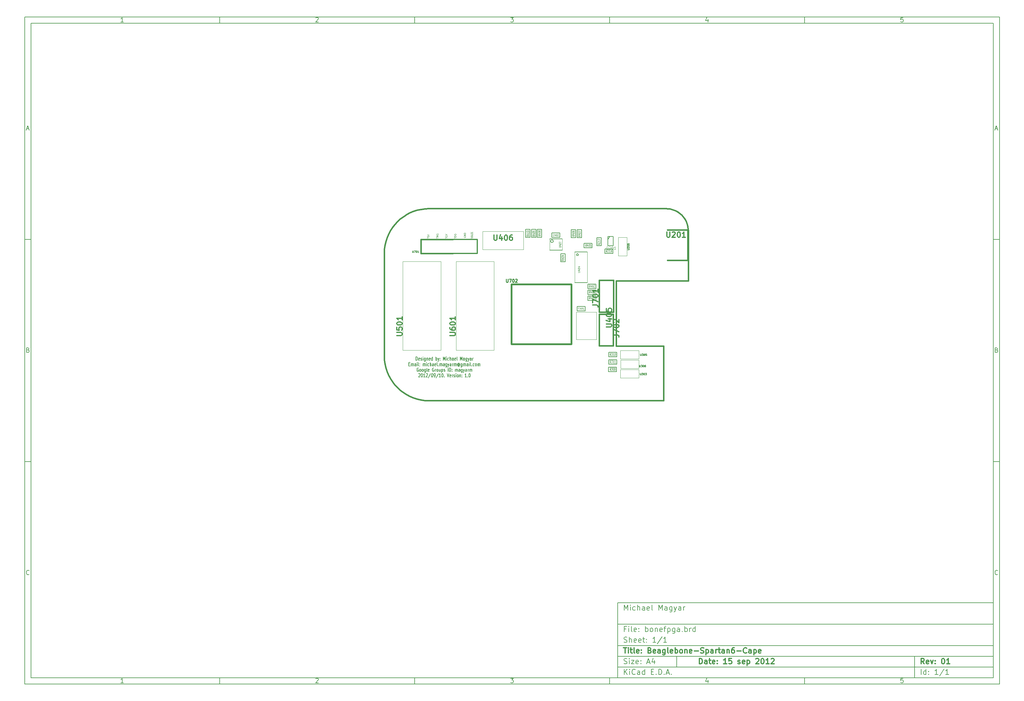
<source format=gto>
G04 (created by PCBNEW-RS274X (2012-jan-04)-stable) date Fri Sep 14 23:37:00 2012*
G01*
G70*
G90*
%MOIN*%
G04 Gerber Fmt 3.4, Leading zero omitted, Abs format*
%FSLAX34Y34*%
G04 APERTURE LIST*
%ADD10C,0.006000*%
%ADD11C,0.012000*%
%ADD12C,0.007400*%
%ADD13C,0.011800*%
%ADD14C,0.015000*%
%ADD15C,0.003900*%
%ADD16C,0.008000*%
%ADD17C,0.005000*%
%ADD18C,0.020100*%
%ADD19C,0.005200*%
%ADD20C,0.004100*%
%ADD21C,0.004300*%
%ADD22C,0.003000*%
%ADD23C,0.004500*%
%ADD24C,0.008800*%
G04 APERTURE END LIST*
G54D10*
X04000Y-04000D02*
X113000Y-04000D01*
X113000Y-78670D01*
X04000Y-78670D01*
X04000Y-04000D01*
X04700Y-04700D02*
X112300Y-04700D01*
X112300Y-77970D01*
X04700Y-77970D01*
X04700Y-04700D01*
X25800Y-04000D02*
X25800Y-04700D01*
X15043Y-04552D02*
X14757Y-04552D01*
X14900Y-04552D02*
X14900Y-04052D01*
X14852Y-04124D01*
X14805Y-04171D01*
X14757Y-04195D01*
X25800Y-78670D02*
X25800Y-77970D01*
X15043Y-78522D02*
X14757Y-78522D01*
X14900Y-78522D02*
X14900Y-78022D01*
X14852Y-78094D01*
X14805Y-78141D01*
X14757Y-78165D01*
X47600Y-04000D02*
X47600Y-04700D01*
X36557Y-04100D02*
X36581Y-04076D01*
X36629Y-04052D01*
X36748Y-04052D01*
X36795Y-04076D01*
X36819Y-04100D01*
X36843Y-04148D01*
X36843Y-04195D01*
X36819Y-04267D01*
X36533Y-04552D01*
X36843Y-04552D01*
X47600Y-78670D02*
X47600Y-77970D01*
X36557Y-78070D02*
X36581Y-78046D01*
X36629Y-78022D01*
X36748Y-78022D01*
X36795Y-78046D01*
X36819Y-78070D01*
X36843Y-78118D01*
X36843Y-78165D01*
X36819Y-78237D01*
X36533Y-78522D01*
X36843Y-78522D01*
X69400Y-04000D02*
X69400Y-04700D01*
X58333Y-04052D02*
X58643Y-04052D01*
X58476Y-04243D01*
X58548Y-04243D01*
X58595Y-04267D01*
X58619Y-04290D01*
X58643Y-04338D01*
X58643Y-04457D01*
X58619Y-04505D01*
X58595Y-04529D01*
X58548Y-04552D01*
X58405Y-04552D01*
X58357Y-04529D01*
X58333Y-04505D01*
X69400Y-78670D02*
X69400Y-77970D01*
X58333Y-78022D02*
X58643Y-78022D01*
X58476Y-78213D01*
X58548Y-78213D01*
X58595Y-78237D01*
X58619Y-78260D01*
X58643Y-78308D01*
X58643Y-78427D01*
X58619Y-78475D01*
X58595Y-78499D01*
X58548Y-78522D01*
X58405Y-78522D01*
X58357Y-78499D01*
X58333Y-78475D01*
X91200Y-04000D02*
X91200Y-04700D01*
X80395Y-04219D02*
X80395Y-04552D01*
X80276Y-04029D02*
X80157Y-04386D01*
X80467Y-04386D01*
X91200Y-78670D02*
X91200Y-77970D01*
X80395Y-78189D02*
X80395Y-78522D01*
X80276Y-77999D02*
X80157Y-78356D01*
X80467Y-78356D01*
X102219Y-04052D02*
X101981Y-04052D01*
X101957Y-04290D01*
X101981Y-04267D01*
X102029Y-04243D01*
X102148Y-04243D01*
X102195Y-04267D01*
X102219Y-04290D01*
X102243Y-04338D01*
X102243Y-04457D01*
X102219Y-04505D01*
X102195Y-04529D01*
X102148Y-04552D01*
X102029Y-04552D01*
X101981Y-04529D01*
X101957Y-04505D01*
X102219Y-78022D02*
X101981Y-78022D01*
X101957Y-78260D01*
X101981Y-78237D01*
X102029Y-78213D01*
X102148Y-78213D01*
X102195Y-78237D01*
X102219Y-78260D01*
X102243Y-78308D01*
X102243Y-78427D01*
X102219Y-78475D01*
X102195Y-78499D01*
X102148Y-78522D01*
X102029Y-78522D01*
X101981Y-78499D01*
X101957Y-78475D01*
X04000Y-28890D02*
X04700Y-28890D01*
X04231Y-16510D02*
X04469Y-16510D01*
X04184Y-16652D02*
X04350Y-16152D01*
X04517Y-16652D01*
X113000Y-28890D02*
X112300Y-28890D01*
X112531Y-16510D02*
X112769Y-16510D01*
X112484Y-16652D02*
X112650Y-16152D01*
X112817Y-16652D01*
X04000Y-53780D02*
X04700Y-53780D01*
X04386Y-41280D02*
X04457Y-41304D01*
X04481Y-41328D01*
X04505Y-41376D01*
X04505Y-41447D01*
X04481Y-41495D01*
X04457Y-41519D01*
X04410Y-41542D01*
X04219Y-41542D01*
X04219Y-41042D01*
X04386Y-41042D01*
X04433Y-41066D01*
X04457Y-41090D01*
X04481Y-41138D01*
X04481Y-41185D01*
X04457Y-41233D01*
X04433Y-41257D01*
X04386Y-41280D01*
X04219Y-41280D01*
X113000Y-53780D02*
X112300Y-53780D01*
X112686Y-41280D02*
X112757Y-41304D01*
X112781Y-41328D01*
X112805Y-41376D01*
X112805Y-41447D01*
X112781Y-41495D01*
X112757Y-41519D01*
X112710Y-41542D01*
X112519Y-41542D01*
X112519Y-41042D01*
X112686Y-41042D01*
X112733Y-41066D01*
X112757Y-41090D01*
X112781Y-41138D01*
X112781Y-41185D01*
X112757Y-41233D01*
X112733Y-41257D01*
X112686Y-41280D01*
X112519Y-41280D01*
X04505Y-66385D02*
X04481Y-66409D01*
X04410Y-66432D01*
X04362Y-66432D01*
X04290Y-66409D01*
X04243Y-66361D01*
X04219Y-66313D01*
X04195Y-66218D01*
X04195Y-66147D01*
X04219Y-66051D01*
X04243Y-66004D01*
X04290Y-65956D01*
X04362Y-65932D01*
X04410Y-65932D01*
X04481Y-65956D01*
X04505Y-65980D01*
X112805Y-66385D02*
X112781Y-66409D01*
X112710Y-66432D01*
X112662Y-66432D01*
X112590Y-66409D01*
X112543Y-66361D01*
X112519Y-66313D01*
X112495Y-66218D01*
X112495Y-66147D01*
X112519Y-66051D01*
X112543Y-66004D01*
X112590Y-65956D01*
X112662Y-65932D01*
X112710Y-65932D01*
X112781Y-65956D01*
X112805Y-65980D01*
G54D11*
X79443Y-76413D02*
X79443Y-75813D01*
X79586Y-75813D01*
X79671Y-75841D01*
X79729Y-75899D01*
X79757Y-75956D01*
X79786Y-76070D01*
X79786Y-76156D01*
X79757Y-76270D01*
X79729Y-76327D01*
X79671Y-76384D01*
X79586Y-76413D01*
X79443Y-76413D01*
X80300Y-76413D02*
X80300Y-76099D01*
X80271Y-76041D01*
X80214Y-76013D01*
X80100Y-76013D01*
X80043Y-76041D01*
X80300Y-76384D02*
X80243Y-76413D01*
X80100Y-76413D01*
X80043Y-76384D01*
X80014Y-76327D01*
X80014Y-76270D01*
X80043Y-76213D01*
X80100Y-76184D01*
X80243Y-76184D01*
X80300Y-76156D01*
X80500Y-76013D02*
X80729Y-76013D01*
X80586Y-75813D02*
X80586Y-76327D01*
X80614Y-76384D01*
X80672Y-76413D01*
X80729Y-76413D01*
X81157Y-76384D02*
X81100Y-76413D01*
X80986Y-76413D01*
X80929Y-76384D01*
X80900Y-76327D01*
X80900Y-76099D01*
X80929Y-76041D01*
X80986Y-76013D01*
X81100Y-76013D01*
X81157Y-76041D01*
X81186Y-76099D01*
X81186Y-76156D01*
X80900Y-76213D01*
X81443Y-76356D02*
X81471Y-76384D01*
X81443Y-76413D01*
X81414Y-76384D01*
X81443Y-76356D01*
X81443Y-76413D01*
X81443Y-76041D02*
X81471Y-76070D01*
X81443Y-76099D01*
X81414Y-76070D01*
X81443Y-76041D01*
X81443Y-76099D01*
X82500Y-76413D02*
X82157Y-76413D01*
X82329Y-76413D02*
X82329Y-75813D01*
X82272Y-75899D01*
X82214Y-75956D01*
X82157Y-75984D01*
X83043Y-75813D02*
X82757Y-75813D01*
X82728Y-76099D01*
X82757Y-76070D01*
X82814Y-76041D01*
X82957Y-76041D01*
X83014Y-76070D01*
X83043Y-76099D01*
X83071Y-76156D01*
X83071Y-76299D01*
X83043Y-76356D01*
X83014Y-76384D01*
X82957Y-76413D01*
X82814Y-76413D01*
X82757Y-76384D01*
X82728Y-76356D01*
X83756Y-76384D02*
X83813Y-76413D01*
X83928Y-76413D01*
X83985Y-76384D01*
X84013Y-76327D01*
X84013Y-76299D01*
X83985Y-76241D01*
X83928Y-76213D01*
X83842Y-76213D01*
X83785Y-76184D01*
X83756Y-76127D01*
X83756Y-76099D01*
X83785Y-76041D01*
X83842Y-76013D01*
X83928Y-76013D01*
X83985Y-76041D01*
X84499Y-76384D02*
X84442Y-76413D01*
X84328Y-76413D01*
X84271Y-76384D01*
X84242Y-76327D01*
X84242Y-76099D01*
X84271Y-76041D01*
X84328Y-76013D01*
X84442Y-76013D01*
X84499Y-76041D01*
X84528Y-76099D01*
X84528Y-76156D01*
X84242Y-76213D01*
X84785Y-76013D02*
X84785Y-76613D01*
X84785Y-76041D02*
X84842Y-76013D01*
X84956Y-76013D01*
X85013Y-76041D01*
X85042Y-76070D01*
X85071Y-76127D01*
X85071Y-76299D01*
X85042Y-76356D01*
X85013Y-76384D01*
X84956Y-76413D01*
X84842Y-76413D01*
X84785Y-76384D01*
X85756Y-75870D02*
X85785Y-75841D01*
X85842Y-75813D01*
X85985Y-75813D01*
X86042Y-75841D01*
X86071Y-75870D01*
X86099Y-75927D01*
X86099Y-75984D01*
X86071Y-76070D01*
X85728Y-76413D01*
X86099Y-76413D01*
X86470Y-75813D02*
X86527Y-75813D01*
X86584Y-75841D01*
X86613Y-75870D01*
X86642Y-75927D01*
X86670Y-76041D01*
X86670Y-76184D01*
X86642Y-76299D01*
X86613Y-76356D01*
X86584Y-76384D01*
X86527Y-76413D01*
X86470Y-76413D01*
X86413Y-76384D01*
X86384Y-76356D01*
X86356Y-76299D01*
X86327Y-76184D01*
X86327Y-76041D01*
X86356Y-75927D01*
X86384Y-75870D01*
X86413Y-75841D01*
X86470Y-75813D01*
X87241Y-76413D02*
X86898Y-76413D01*
X87070Y-76413D02*
X87070Y-75813D01*
X87013Y-75899D01*
X86955Y-75956D01*
X86898Y-75984D01*
X87469Y-75870D02*
X87498Y-75841D01*
X87555Y-75813D01*
X87698Y-75813D01*
X87755Y-75841D01*
X87784Y-75870D01*
X87812Y-75927D01*
X87812Y-75984D01*
X87784Y-76070D01*
X87441Y-76413D01*
X87812Y-76413D01*
G54D10*
X71043Y-77613D02*
X71043Y-77013D01*
X71386Y-77613D02*
X71129Y-77270D01*
X71386Y-77013D02*
X71043Y-77356D01*
X71643Y-77613D02*
X71643Y-77213D01*
X71643Y-77013D02*
X71614Y-77041D01*
X71643Y-77070D01*
X71671Y-77041D01*
X71643Y-77013D01*
X71643Y-77070D01*
X72272Y-77556D02*
X72243Y-77584D01*
X72157Y-77613D01*
X72100Y-77613D01*
X72015Y-77584D01*
X71957Y-77527D01*
X71929Y-77470D01*
X71900Y-77356D01*
X71900Y-77270D01*
X71929Y-77156D01*
X71957Y-77099D01*
X72015Y-77041D01*
X72100Y-77013D01*
X72157Y-77013D01*
X72243Y-77041D01*
X72272Y-77070D01*
X72786Y-77613D02*
X72786Y-77299D01*
X72757Y-77241D01*
X72700Y-77213D01*
X72586Y-77213D01*
X72529Y-77241D01*
X72786Y-77584D02*
X72729Y-77613D01*
X72586Y-77613D01*
X72529Y-77584D01*
X72500Y-77527D01*
X72500Y-77470D01*
X72529Y-77413D01*
X72586Y-77384D01*
X72729Y-77384D01*
X72786Y-77356D01*
X73329Y-77613D02*
X73329Y-77013D01*
X73329Y-77584D02*
X73272Y-77613D01*
X73158Y-77613D01*
X73100Y-77584D01*
X73072Y-77556D01*
X73043Y-77499D01*
X73043Y-77327D01*
X73072Y-77270D01*
X73100Y-77241D01*
X73158Y-77213D01*
X73272Y-77213D01*
X73329Y-77241D01*
X74072Y-77299D02*
X74272Y-77299D01*
X74358Y-77613D02*
X74072Y-77613D01*
X74072Y-77013D01*
X74358Y-77013D01*
X74615Y-77556D02*
X74643Y-77584D01*
X74615Y-77613D01*
X74586Y-77584D01*
X74615Y-77556D01*
X74615Y-77613D01*
X74901Y-77613D02*
X74901Y-77013D01*
X75044Y-77013D01*
X75129Y-77041D01*
X75187Y-77099D01*
X75215Y-77156D01*
X75244Y-77270D01*
X75244Y-77356D01*
X75215Y-77470D01*
X75187Y-77527D01*
X75129Y-77584D01*
X75044Y-77613D01*
X74901Y-77613D01*
X75501Y-77556D02*
X75529Y-77584D01*
X75501Y-77613D01*
X75472Y-77584D01*
X75501Y-77556D01*
X75501Y-77613D01*
X75758Y-77441D02*
X76044Y-77441D01*
X75701Y-77613D02*
X75901Y-77013D01*
X76101Y-77613D01*
X76301Y-77556D02*
X76329Y-77584D01*
X76301Y-77613D01*
X76272Y-77584D01*
X76301Y-77556D01*
X76301Y-77613D01*
G54D11*
X104586Y-76413D02*
X104386Y-76127D01*
X104243Y-76413D02*
X104243Y-75813D01*
X104471Y-75813D01*
X104529Y-75841D01*
X104557Y-75870D01*
X104586Y-75927D01*
X104586Y-76013D01*
X104557Y-76070D01*
X104529Y-76099D01*
X104471Y-76127D01*
X104243Y-76127D01*
X105071Y-76384D02*
X105014Y-76413D01*
X104900Y-76413D01*
X104843Y-76384D01*
X104814Y-76327D01*
X104814Y-76099D01*
X104843Y-76041D01*
X104900Y-76013D01*
X105014Y-76013D01*
X105071Y-76041D01*
X105100Y-76099D01*
X105100Y-76156D01*
X104814Y-76213D01*
X105300Y-76013D02*
X105443Y-76413D01*
X105585Y-76013D01*
X105814Y-76356D02*
X105842Y-76384D01*
X105814Y-76413D01*
X105785Y-76384D01*
X105814Y-76356D01*
X105814Y-76413D01*
X105814Y-76041D02*
X105842Y-76070D01*
X105814Y-76099D01*
X105785Y-76070D01*
X105814Y-76041D01*
X105814Y-76099D01*
X106671Y-75813D02*
X106728Y-75813D01*
X106785Y-75841D01*
X106814Y-75870D01*
X106843Y-75927D01*
X106871Y-76041D01*
X106871Y-76184D01*
X106843Y-76299D01*
X106814Y-76356D01*
X106785Y-76384D01*
X106728Y-76413D01*
X106671Y-76413D01*
X106614Y-76384D01*
X106585Y-76356D01*
X106557Y-76299D01*
X106528Y-76184D01*
X106528Y-76041D01*
X106557Y-75927D01*
X106585Y-75870D01*
X106614Y-75841D01*
X106671Y-75813D01*
X107442Y-76413D02*
X107099Y-76413D01*
X107271Y-76413D02*
X107271Y-75813D01*
X107214Y-75899D01*
X107156Y-75956D01*
X107099Y-75984D01*
G54D10*
X71014Y-76384D02*
X71100Y-76413D01*
X71243Y-76413D01*
X71300Y-76384D01*
X71329Y-76356D01*
X71357Y-76299D01*
X71357Y-76241D01*
X71329Y-76184D01*
X71300Y-76156D01*
X71243Y-76127D01*
X71129Y-76099D01*
X71071Y-76070D01*
X71043Y-76041D01*
X71014Y-75984D01*
X71014Y-75927D01*
X71043Y-75870D01*
X71071Y-75841D01*
X71129Y-75813D01*
X71271Y-75813D01*
X71357Y-75841D01*
X71614Y-76413D02*
X71614Y-76013D01*
X71614Y-75813D02*
X71585Y-75841D01*
X71614Y-75870D01*
X71642Y-75841D01*
X71614Y-75813D01*
X71614Y-75870D01*
X71843Y-76013D02*
X72157Y-76013D01*
X71843Y-76413D01*
X72157Y-76413D01*
X72614Y-76384D02*
X72557Y-76413D01*
X72443Y-76413D01*
X72386Y-76384D01*
X72357Y-76327D01*
X72357Y-76099D01*
X72386Y-76041D01*
X72443Y-76013D01*
X72557Y-76013D01*
X72614Y-76041D01*
X72643Y-76099D01*
X72643Y-76156D01*
X72357Y-76213D01*
X72900Y-76356D02*
X72928Y-76384D01*
X72900Y-76413D01*
X72871Y-76384D01*
X72900Y-76356D01*
X72900Y-76413D01*
X72900Y-76041D02*
X72928Y-76070D01*
X72900Y-76099D01*
X72871Y-76070D01*
X72900Y-76041D01*
X72900Y-76099D01*
X73614Y-76241D02*
X73900Y-76241D01*
X73557Y-76413D02*
X73757Y-75813D01*
X73957Y-76413D01*
X74414Y-76013D02*
X74414Y-76413D01*
X74271Y-75784D02*
X74128Y-76213D01*
X74500Y-76213D01*
X104243Y-77613D02*
X104243Y-77013D01*
X104786Y-77613D02*
X104786Y-77013D01*
X104786Y-77584D02*
X104729Y-77613D01*
X104615Y-77613D01*
X104557Y-77584D01*
X104529Y-77556D01*
X104500Y-77499D01*
X104500Y-77327D01*
X104529Y-77270D01*
X104557Y-77241D01*
X104615Y-77213D01*
X104729Y-77213D01*
X104786Y-77241D01*
X105072Y-77556D02*
X105100Y-77584D01*
X105072Y-77613D01*
X105043Y-77584D01*
X105072Y-77556D01*
X105072Y-77613D01*
X105072Y-77241D02*
X105100Y-77270D01*
X105072Y-77299D01*
X105043Y-77270D01*
X105072Y-77241D01*
X105072Y-77299D01*
X106129Y-77613D02*
X105786Y-77613D01*
X105958Y-77613D02*
X105958Y-77013D01*
X105901Y-77099D01*
X105843Y-77156D01*
X105786Y-77184D01*
X106814Y-76984D02*
X106300Y-77756D01*
X107329Y-77613D02*
X106986Y-77613D01*
X107158Y-77613D02*
X107158Y-77013D01*
X107101Y-77099D01*
X107043Y-77156D01*
X106986Y-77184D01*
G54D11*
X70957Y-74613D02*
X71300Y-74613D01*
X71129Y-75213D02*
X71129Y-74613D01*
X71500Y-75213D02*
X71500Y-74813D01*
X71500Y-74613D02*
X71471Y-74641D01*
X71500Y-74670D01*
X71528Y-74641D01*
X71500Y-74613D01*
X71500Y-74670D01*
X71700Y-74813D02*
X71929Y-74813D01*
X71786Y-74613D02*
X71786Y-75127D01*
X71814Y-75184D01*
X71872Y-75213D01*
X71929Y-75213D01*
X72215Y-75213D02*
X72157Y-75184D01*
X72129Y-75127D01*
X72129Y-74613D01*
X72671Y-75184D02*
X72614Y-75213D01*
X72500Y-75213D01*
X72443Y-75184D01*
X72414Y-75127D01*
X72414Y-74899D01*
X72443Y-74841D01*
X72500Y-74813D01*
X72614Y-74813D01*
X72671Y-74841D01*
X72700Y-74899D01*
X72700Y-74956D01*
X72414Y-75013D01*
X72957Y-75156D02*
X72985Y-75184D01*
X72957Y-75213D01*
X72928Y-75184D01*
X72957Y-75156D01*
X72957Y-75213D01*
X72957Y-74841D02*
X72985Y-74870D01*
X72957Y-74899D01*
X72928Y-74870D01*
X72957Y-74841D01*
X72957Y-74899D01*
X73900Y-74899D02*
X73986Y-74927D01*
X74014Y-74956D01*
X74043Y-75013D01*
X74043Y-75099D01*
X74014Y-75156D01*
X73986Y-75184D01*
X73928Y-75213D01*
X73700Y-75213D01*
X73700Y-74613D01*
X73900Y-74613D01*
X73957Y-74641D01*
X73986Y-74670D01*
X74014Y-74727D01*
X74014Y-74784D01*
X73986Y-74841D01*
X73957Y-74870D01*
X73900Y-74899D01*
X73700Y-74899D01*
X74528Y-75184D02*
X74471Y-75213D01*
X74357Y-75213D01*
X74300Y-75184D01*
X74271Y-75127D01*
X74271Y-74899D01*
X74300Y-74841D01*
X74357Y-74813D01*
X74471Y-74813D01*
X74528Y-74841D01*
X74557Y-74899D01*
X74557Y-74956D01*
X74271Y-75013D01*
X75071Y-75213D02*
X75071Y-74899D01*
X75042Y-74841D01*
X74985Y-74813D01*
X74871Y-74813D01*
X74814Y-74841D01*
X75071Y-75184D02*
X75014Y-75213D01*
X74871Y-75213D01*
X74814Y-75184D01*
X74785Y-75127D01*
X74785Y-75070D01*
X74814Y-75013D01*
X74871Y-74984D01*
X75014Y-74984D01*
X75071Y-74956D01*
X75614Y-74813D02*
X75614Y-75299D01*
X75585Y-75356D01*
X75557Y-75384D01*
X75500Y-75413D01*
X75414Y-75413D01*
X75357Y-75384D01*
X75614Y-75184D02*
X75557Y-75213D01*
X75443Y-75213D01*
X75385Y-75184D01*
X75357Y-75156D01*
X75328Y-75099D01*
X75328Y-74927D01*
X75357Y-74870D01*
X75385Y-74841D01*
X75443Y-74813D01*
X75557Y-74813D01*
X75614Y-74841D01*
X75986Y-75213D02*
X75928Y-75184D01*
X75900Y-75127D01*
X75900Y-74613D01*
X76442Y-75184D02*
X76385Y-75213D01*
X76271Y-75213D01*
X76214Y-75184D01*
X76185Y-75127D01*
X76185Y-74899D01*
X76214Y-74841D01*
X76271Y-74813D01*
X76385Y-74813D01*
X76442Y-74841D01*
X76471Y-74899D01*
X76471Y-74956D01*
X76185Y-75013D01*
X76728Y-75213D02*
X76728Y-74613D01*
X76728Y-74841D02*
X76785Y-74813D01*
X76899Y-74813D01*
X76956Y-74841D01*
X76985Y-74870D01*
X77014Y-74927D01*
X77014Y-75099D01*
X76985Y-75156D01*
X76956Y-75184D01*
X76899Y-75213D01*
X76785Y-75213D01*
X76728Y-75184D01*
X77357Y-75213D02*
X77299Y-75184D01*
X77271Y-75156D01*
X77242Y-75099D01*
X77242Y-74927D01*
X77271Y-74870D01*
X77299Y-74841D01*
X77357Y-74813D01*
X77442Y-74813D01*
X77499Y-74841D01*
X77528Y-74870D01*
X77557Y-74927D01*
X77557Y-75099D01*
X77528Y-75156D01*
X77499Y-75184D01*
X77442Y-75213D01*
X77357Y-75213D01*
X77814Y-74813D02*
X77814Y-75213D01*
X77814Y-74870D02*
X77842Y-74841D01*
X77900Y-74813D01*
X77985Y-74813D01*
X78042Y-74841D01*
X78071Y-74899D01*
X78071Y-75213D01*
X78585Y-75184D02*
X78528Y-75213D01*
X78414Y-75213D01*
X78357Y-75184D01*
X78328Y-75127D01*
X78328Y-74899D01*
X78357Y-74841D01*
X78414Y-74813D01*
X78528Y-74813D01*
X78585Y-74841D01*
X78614Y-74899D01*
X78614Y-74956D01*
X78328Y-75013D01*
X78871Y-74984D02*
X79328Y-74984D01*
X79585Y-75184D02*
X79671Y-75213D01*
X79814Y-75213D01*
X79871Y-75184D01*
X79900Y-75156D01*
X79928Y-75099D01*
X79928Y-75041D01*
X79900Y-74984D01*
X79871Y-74956D01*
X79814Y-74927D01*
X79700Y-74899D01*
X79642Y-74870D01*
X79614Y-74841D01*
X79585Y-74784D01*
X79585Y-74727D01*
X79614Y-74670D01*
X79642Y-74641D01*
X79700Y-74613D01*
X79842Y-74613D01*
X79928Y-74641D01*
X80185Y-74813D02*
X80185Y-75413D01*
X80185Y-74841D02*
X80242Y-74813D01*
X80356Y-74813D01*
X80413Y-74841D01*
X80442Y-74870D01*
X80471Y-74927D01*
X80471Y-75099D01*
X80442Y-75156D01*
X80413Y-75184D01*
X80356Y-75213D01*
X80242Y-75213D01*
X80185Y-75184D01*
X80985Y-75213D02*
X80985Y-74899D01*
X80956Y-74841D01*
X80899Y-74813D01*
X80785Y-74813D01*
X80728Y-74841D01*
X80985Y-75184D02*
X80928Y-75213D01*
X80785Y-75213D01*
X80728Y-75184D01*
X80699Y-75127D01*
X80699Y-75070D01*
X80728Y-75013D01*
X80785Y-74984D01*
X80928Y-74984D01*
X80985Y-74956D01*
X81271Y-75213D02*
X81271Y-74813D01*
X81271Y-74927D02*
X81299Y-74870D01*
X81328Y-74841D01*
X81385Y-74813D01*
X81442Y-74813D01*
X81556Y-74813D02*
X81785Y-74813D01*
X81642Y-74613D02*
X81642Y-75127D01*
X81670Y-75184D01*
X81728Y-75213D01*
X81785Y-75213D01*
X82242Y-75213D02*
X82242Y-74899D01*
X82213Y-74841D01*
X82156Y-74813D01*
X82042Y-74813D01*
X81985Y-74841D01*
X82242Y-75184D02*
X82185Y-75213D01*
X82042Y-75213D01*
X81985Y-75184D01*
X81956Y-75127D01*
X81956Y-75070D01*
X81985Y-75013D01*
X82042Y-74984D01*
X82185Y-74984D01*
X82242Y-74956D01*
X82528Y-74813D02*
X82528Y-75213D01*
X82528Y-74870D02*
X82556Y-74841D01*
X82614Y-74813D01*
X82699Y-74813D01*
X82756Y-74841D01*
X82785Y-74899D01*
X82785Y-75213D01*
X83328Y-74613D02*
X83214Y-74613D01*
X83157Y-74641D01*
X83128Y-74670D01*
X83071Y-74756D01*
X83042Y-74870D01*
X83042Y-75099D01*
X83071Y-75156D01*
X83099Y-75184D01*
X83157Y-75213D01*
X83271Y-75213D01*
X83328Y-75184D01*
X83357Y-75156D01*
X83385Y-75099D01*
X83385Y-74956D01*
X83357Y-74899D01*
X83328Y-74870D01*
X83271Y-74841D01*
X83157Y-74841D01*
X83099Y-74870D01*
X83071Y-74899D01*
X83042Y-74956D01*
X83642Y-74984D02*
X84099Y-74984D01*
X84728Y-75156D02*
X84699Y-75184D01*
X84613Y-75213D01*
X84556Y-75213D01*
X84471Y-75184D01*
X84413Y-75127D01*
X84385Y-75070D01*
X84356Y-74956D01*
X84356Y-74870D01*
X84385Y-74756D01*
X84413Y-74699D01*
X84471Y-74641D01*
X84556Y-74613D01*
X84613Y-74613D01*
X84699Y-74641D01*
X84728Y-74670D01*
X85242Y-75213D02*
X85242Y-74899D01*
X85213Y-74841D01*
X85156Y-74813D01*
X85042Y-74813D01*
X84985Y-74841D01*
X85242Y-75184D02*
X85185Y-75213D01*
X85042Y-75213D01*
X84985Y-75184D01*
X84956Y-75127D01*
X84956Y-75070D01*
X84985Y-75013D01*
X85042Y-74984D01*
X85185Y-74984D01*
X85242Y-74956D01*
X85528Y-74813D02*
X85528Y-75413D01*
X85528Y-74841D02*
X85585Y-74813D01*
X85699Y-74813D01*
X85756Y-74841D01*
X85785Y-74870D01*
X85814Y-74927D01*
X85814Y-75099D01*
X85785Y-75156D01*
X85756Y-75184D01*
X85699Y-75213D01*
X85585Y-75213D01*
X85528Y-75184D01*
X86299Y-75184D02*
X86242Y-75213D01*
X86128Y-75213D01*
X86071Y-75184D01*
X86042Y-75127D01*
X86042Y-74899D01*
X86071Y-74841D01*
X86128Y-74813D01*
X86242Y-74813D01*
X86299Y-74841D01*
X86328Y-74899D01*
X86328Y-74956D01*
X86042Y-75013D01*
G54D10*
X71243Y-72499D02*
X71043Y-72499D01*
X71043Y-72813D02*
X71043Y-72213D01*
X71329Y-72213D01*
X71557Y-72813D02*
X71557Y-72413D01*
X71557Y-72213D02*
X71528Y-72241D01*
X71557Y-72270D01*
X71585Y-72241D01*
X71557Y-72213D01*
X71557Y-72270D01*
X71929Y-72813D02*
X71871Y-72784D01*
X71843Y-72727D01*
X71843Y-72213D01*
X72385Y-72784D02*
X72328Y-72813D01*
X72214Y-72813D01*
X72157Y-72784D01*
X72128Y-72727D01*
X72128Y-72499D01*
X72157Y-72441D01*
X72214Y-72413D01*
X72328Y-72413D01*
X72385Y-72441D01*
X72414Y-72499D01*
X72414Y-72556D01*
X72128Y-72613D01*
X72671Y-72756D02*
X72699Y-72784D01*
X72671Y-72813D01*
X72642Y-72784D01*
X72671Y-72756D01*
X72671Y-72813D01*
X72671Y-72441D02*
X72699Y-72470D01*
X72671Y-72499D01*
X72642Y-72470D01*
X72671Y-72441D01*
X72671Y-72499D01*
X73414Y-72813D02*
X73414Y-72213D01*
X73414Y-72441D02*
X73471Y-72413D01*
X73585Y-72413D01*
X73642Y-72441D01*
X73671Y-72470D01*
X73700Y-72527D01*
X73700Y-72699D01*
X73671Y-72756D01*
X73642Y-72784D01*
X73585Y-72813D01*
X73471Y-72813D01*
X73414Y-72784D01*
X74043Y-72813D02*
X73985Y-72784D01*
X73957Y-72756D01*
X73928Y-72699D01*
X73928Y-72527D01*
X73957Y-72470D01*
X73985Y-72441D01*
X74043Y-72413D01*
X74128Y-72413D01*
X74185Y-72441D01*
X74214Y-72470D01*
X74243Y-72527D01*
X74243Y-72699D01*
X74214Y-72756D01*
X74185Y-72784D01*
X74128Y-72813D01*
X74043Y-72813D01*
X74500Y-72413D02*
X74500Y-72813D01*
X74500Y-72470D02*
X74528Y-72441D01*
X74586Y-72413D01*
X74671Y-72413D01*
X74728Y-72441D01*
X74757Y-72499D01*
X74757Y-72813D01*
X75271Y-72784D02*
X75214Y-72813D01*
X75100Y-72813D01*
X75043Y-72784D01*
X75014Y-72727D01*
X75014Y-72499D01*
X75043Y-72441D01*
X75100Y-72413D01*
X75214Y-72413D01*
X75271Y-72441D01*
X75300Y-72499D01*
X75300Y-72556D01*
X75014Y-72613D01*
X75471Y-72413D02*
X75700Y-72413D01*
X75557Y-72813D02*
X75557Y-72299D01*
X75585Y-72241D01*
X75643Y-72213D01*
X75700Y-72213D01*
X75900Y-72413D02*
X75900Y-73013D01*
X75900Y-72441D02*
X75957Y-72413D01*
X76071Y-72413D01*
X76128Y-72441D01*
X76157Y-72470D01*
X76186Y-72527D01*
X76186Y-72699D01*
X76157Y-72756D01*
X76128Y-72784D01*
X76071Y-72813D01*
X75957Y-72813D01*
X75900Y-72784D01*
X76700Y-72413D02*
X76700Y-72899D01*
X76671Y-72956D01*
X76643Y-72984D01*
X76586Y-73013D01*
X76500Y-73013D01*
X76443Y-72984D01*
X76700Y-72784D02*
X76643Y-72813D01*
X76529Y-72813D01*
X76471Y-72784D01*
X76443Y-72756D01*
X76414Y-72699D01*
X76414Y-72527D01*
X76443Y-72470D01*
X76471Y-72441D01*
X76529Y-72413D01*
X76643Y-72413D01*
X76700Y-72441D01*
X77243Y-72813D02*
X77243Y-72499D01*
X77214Y-72441D01*
X77157Y-72413D01*
X77043Y-72413D01*
X76986Y-72441D01*
X77243Y-72784D02*
X77186Y-72813D01*
X77043Y-72813D01*
X76986Y-72784D01*
X76957Y-72727D01*
X76957Y-72670D01*
X76986Y-72613D01*
X77043Y-72584D01*
X77186Y-72584D01*
X77243Y-72556D01*
X77529Y-72756D02*
X77557Y-72784D01*
X77529Y-72813D01*
X77500Y-72784D01*
X77529Y-72756D01*
X77529Y-72813D01*
X77815Y-72813D02*
X77815Y-72213D01*
X77815Y-72441D02*
X77872Y-72413D01*
X77986Y-72413D01*
X78043Y-72441D01*
X78072Y-72470D01*
X78101Y-72527D01*
X78101Y-72699D01*
X78072Y-72756D01*
X78043Y-72784D01*
X77986Y-72813D01*
X77872Y-72813D01*
X77815Y-72784D01*
X78358Y-72813D02*
X78358Y-72413D01*
X78358Y-72527D02*
X78386Y-72470D01*
X78415Y-72441D01*
X78472Y-72413D01*
X78529Y-72413D01*
X78986Y-72813D02*
X78986Y-72213D01*
X78986Y-72784D02*
X78929Y-72813D01*
X78815Y-72813D01*
X78757Y-72784D01*
X78729Y-72756D01*
X78700Y-72699D01*
X78700Y-72527D01*
X78729Y-72470D01*
X78757Y-72441D01*
X78815Y-72413D01*
X78929Y-72413D01*
X78986Y-72441D01*
X71014Y-73984D02*
X71100Y-74013D01*
X71243Y-74013D01*
X71300Y-73984D01*
X71329Y-73956D01*
X71357Y-73899D01*
X71357Y-73841D01*
X71329Y-73784D01*
X71300Y-73756D01*
X71243Y-73727D01*
X71129Y-73699D01*
X71071Y-73670D01*
X71043Y-73641D01*
X71014Y-73584D01*
X71014Y-73527D01*
X71043Y-73470D01*
X71071Y-73441D01*
X71129Y-73413D01*
X71271Y-73413D01*
X71357Y-73441D01*
X71614Y-74013D02*
X71614Y-73413D01*
X71871Y-74013D02*
X71871Y-73699D01*
X71842Y-73641D01*
X71785Y-73613D01*
X71700Y-73613D01*
X71642Y-73641D01*
X71614Y-73670D01*
X72385Y-73984D02*
X72328Y-74013D01*
X72214Y-74013D01*
X72157Y-73984D01*
X72128Y-73927D01*
X72128Y-73699D01*
X72157Y-73641D01*
X72214Y-73613D01*
X72328Y-73613D01*
X72385Y-73641D01*
X72414Y-73699D01*
X72414Y-73756D01*
X72128Y-73813D01*
X72899Y-73984D02*
X72842Y-74013D01*
X72728Y-74013D01*
X72671Y-73984D01*
X72642Y-73927D01*
X72642Y-73699D01*
X72671Y-73641D01*
X72728Y-73613D01*
X72842Y-73613D01*
X72899Y-73641D01*
X72928Y-73699D01*
X72928Y-73756D01*
X72642Y-73813D01*
X73099Y-73613D02*
X73328Y-73613D01*
X73185Y-73413D02*
X73185Y-73927D01*
X73213Y-73984D01*
X73271Y-74013D01*
X73328Y-74013D01*
X73528Y-73956D02*
X73556Y-73984D01*
X73528Y-74013D01*
X73499Y-73984D01*
X73528Y-73956D01*
X73528Y-74013D01*
X73528Y-73641D02*
X73556Y-73670D01*
X73528Y-73699D01*
X73499Y-73670D01*
X73528Y-73641D01*
X73528Y-73699D01*
X74585Y-74013D02*
X74242Y-74013D01*
X74414Y-74013D02*
X74414Y-73413D01*
X74357Y-73499D01*
X74299Y-73556D01*
X74242Y-73584D01*
X75270Y-73384D02*
X74756Y-74156D01*
X75785Y-74013D02*
X75442Y-74013D01*
X75614Y-74013D02*
X75614Y-73413D01*
X75557Y-73499D01*
X75499Y-73556D01*
X75442Y-73584D01*
X71043Y-70413D02*
X71043Y-69813D01*
X71243Y-70241D01*
X71443Y-69813D01*
X71443Y-70413D01*
X71729Y-70413D02*
X71729Y-70013D01*
X71729Y-69813D02*
X71700Y-69841D01*
X71729Y-69870D01*
X71757Y-69841D01*
X71729Y-69813D01*
X71729Y-69870D01*
X72272Y-70384D02*
X72215Y-70413D01*
X72101Y-70413D01*
X72043Y-70384D01*
X72015Y-70356D01*
X71986Y-70299D01*
X71986Y-70127D01*
X72015Y-70070D01*
X72043Y-70041D01*
X72101Y-70013D01*
X72215Y-70013D01*
X72272Y-70041D01*
X72529Y-70413D02*
X72529Y-69813D01*
X72786Y-70413D02*
X72786Y-70099D01*
X72757Y-70041D01*
X72700Y-70013D01*
X72615Y-70013D01*
X72557Y-70041D01*
X72529Y-70070D01*
X73329Y-70413D02*
X73329Y-70099D01*
X73300Y-70041D01*
X73243Y-70013D01*
X73129Y-70013D01*
X73072Y-70041D01*
X73329Y-70384D02*
X73272Y-70413D01*
X73129Y-70413D01*
X73072Y-70384D01*
X73043Y-70327D01*
X73043Y-70270D01*
X73072Y-70213D01*
X73129Y-70184D01*
X73272Y-70184D01*
X73329Y-70156D01*
X73843Y-70384D02*
X73786Y-70413D01*
X73672Y-70413D01*
X73615Y-70384D01*
X73586Y-70327D01*
X73586Y-70099D01*
X73615Y-70041D01*
X73672Y-70013D01*
X73786Y-70013D01*
X73843Y-70041D01*
X73872Y-70099D01*
X73872Y-70156D01*
X73586Y-70213D01*
X74215Y-70413D02*
X74157Y-70384D01*
X74129Y-70327D01*
X74129Y-69813D01*
X74900Y-70413D02*
X74900Y-69813D01*
X75100Y-70241D01*
X75300Y-69813D01*
X75300Y-70413D01*
X75843Y-70413D02*
X75843Y-70099D01*
X75814Y-70041D01*
X75757Y-70013D01*
X75643Y-70013D01*
X75586Y-70041D01*
X75843Y-70384D02*
X75786Y-70413D01*
X75643Y-70413D01*
X75586Y-70384D01*
X75557Y-70327D01*
X75557Y-70270D01*
X75586Y-70213D01*
X75643Y-70184D01*
X75786Y-70184D01*
X75843Y-70156D01*
X76386Y-70013D02*
X76386Y-70499D01*
X76357Y-70556D01*
X76329Y-70584D01*
X76272Y-70613D01*
X76186Y-70613D01*
X76129Y-70584D01*
X76386Y-70384D02*
X76329Y-70413D01*
X76215Y-70413D01*
X76157Y-70384D01*
X76129Y-70356D01*
X76100Y-70299D01*
X76100Y-70127D01*
X76129Y-70070D01*
X76157Y-70041D01*
X76215Y-70013D01*
X76329Y-70013D01*
X76386Y-70041D01*
X76615Y-70013D02*
X76758Y-70413D01*
X76900Y-70013D02*
X76758Y-70413D01*
X76700Y-70556D01*
X76672Y-70584D01*
X76615Y-70613D01*
X77386Y-70413D02*
X77386Y-70099D01*
X77357Y-70041D01*
X77300Y-70013D01*
X77186Y-70013D01*
X77129Y-70041D01*
X77386Y-70384D02*
X77329Y-70413D01*
X77186Y-70413D01*
X77129Y-70384D01*
X77100Y-70327D01*
X77100Y-70270D01*
X77129Y-70213D01*
X77186Y-70184D01*
X77329Y-70184D01*
X77386Y-70156D01*
X77672Y-70413D02*
X77672Y-70013D01*
X77672Y-70127D02*
X77700Y-70070D01*
X77729Y-70041D01*
X77786Y-70013D01*
X77843Y-70013D01*
X70300Y-69570D02*
X70300Y-77970D01*
X70300Y-71970D02*
X112300Y-71970D01*
X70300Y-69570D02*
X112300Y-69570D01*
X70300Y-74370D02*
X112300Y-74370D01*
X103500Y-75570D02*
X103500Y-77970D01*
X70300Y-76770D02*
X112300Y-76770D01*
X70300Y-75570D02*
X112300Y-75570D01*
X76900Y-75570D02*
X76900Y-76770D01*
G54D12*
X47754Y-42431D02*
X47754Y-42037D01*
X47824Y-42037D01*
X47867Y-42056D01*
X47895Y-42094D01*
X47909Y-42131D01*
X47923Y-42206D01*
X47923Y-42263D01*
X47909Y-42338D01*
X47895Y-42375D01*
X47867Y-42413D01*
X47824Y-42431D01*
X47754Y-42431D01*
X48162Y-42413D02*
X48134Y-42431D01*
X48077Y-42431D01*
X48049Y-42413D01*
X48035Y-42375D01*
X48035Y-42225D01*
X48049Y-42188D01*
X48077Y-42169D01*
X48134Y-42169D01*
X48162Y-42188D01*
X48176Y-42225D01*
X48176Y-42263D01*
X48035Y-42300D01*
X48288Y-42413D02*
X48316Y-42431D01*
X48372Y-42431D01*
X48401Y-42413D01*
X48415Y-42375D01*
X48415Y-42356D01*
X48401Y-42319D01*
X48372Y-42300D01*
X48330Y-42300D01*
X48302Y-42281D01*
X48288Y-42244D01*
X48288Y-42225D01*
X48302Y-42188D01*
X48330Y-42169D01*
X48372Y-42169D01*
X48401Y-42188D01*
X48541Y-42431D02*
X48541Y-42169D01*
X48541Y-42037D02*
X48527Y-42056D01*
X48541Y-42075D01*
X48555Y-42056D01*
X48541Y-42037D01*
X48541Y-42075D01*
X48808Y-42169D02*
X48808Y-42488D01*
X48794Y-42525D01*
X48780Y-42544D01*
X48751Y-42563D01*
X48709Y-42563D01*
X48681Y-42544D01*
X48808Y-42413D02*
X48780Y-42431D01*
X48723Y-42431D01*
X48695Y-42413D01*
X48681Y-42394D01*
X48667Y-42356D01*
X48667Y-42244D01*
X48681Y-42206D01*
X48695Y-42188D01*
X48723Y-42169D01*
X48780Y-42169D01*
X48808Y-42188D01*
X48948Y-42169D02*
X48948Y-42431D01*
X48948Y-42206D02*
X48962Y-42188D01*
X48990Y-42169D01*
X49033Y-42169D01*
X49061Y-42188D01*
X49075Y-42225D01*
X49075Y-42431D01*
X49328Y-42413D02*
X49300Y-42431D01*
X49243Y-42431D01*
X49215Y-42413D01*
X49201Y-42375D01*
X49201Y-42225D01*
X49215Y-42188D01*
X49243Y-42169D01*
X49300Y-42169D01*
X49328Y-42188D01*
X49342Y-42225D01*
X49342Y-42263D01*
X49201Y-42300D01*
X49595Y-42431D02*
X49595Y-42037D01*
X49595Y-42413D02*
X49567Y-42431D01*
X49510Y-42431D01*
X49482Y-42413D01*
X49468Y-42394D01*
X49454Y-42356D01*
X49454Y-42244D01*
X49468Y-42206D01*
X49482Y-42188D01*
X49510Y-42169D01*
X49567Y-42169D01*
X49595Y-42188D01*
X49960Y-42431D02*
X49960Y-42037D01*
X49960Y-42188D02*
X49988Y-42169D01*
X50045Y-42169D01*
X50073Y-42188D01*
X50087Y-42206D01*
X50101Y-42244D01*
X50101Y-42356D01*
X50087Y-42394D01*
X50073Y-42413D01*
X50045Y-42431D01*
X49988Y-42431D01*
X49960Y-42413D01*
X50199Y-42169D02*
X50269Y-42431D01*
X50340Y-42169D02*
X50269Y-42431D01*
X50241Y-42525D01*
X50227Y-42544D01*
X50199Y-42563D01*
X50452Y-42394D02*
X50466Y-42413D01*
X50452Y-42431D01*
X50438Y-42413D01*
X50452Y-42394D01*
X50452Y-42431D01*
X50452Y-42188D02*
X50466Y-42206D01*
X50452Y-42225D01*
X50438Y-42206D01*
X50452Y-42188D01*
X50452Y-42225D01*
X50817Y-42431D02*
X50817Y-42037D01*
X50916Y-42319D01*
X51014Y-42037D01*
X51014Y-42431D01*
X51154Y-42431D02*
X51154Y-42169D01*
X51154Y-42037D02*
X51140Y-42056D01*
X51154Y-42075D01*
X51168Y-42056D01*
X51154Y-42037D01*
X51154Y-42075D01*
X51421Y-42413D02*
X51393Y-42431D01*
X51336Y-42431D01*
X51308Y-42413D01*
X51294Y-42394D01*
X51280Y-42356D01*
X51280Y-42244D01*
X51294Y-42206D01*
X51308Y-42188D01*
X51336Y-42169D01*
X51393Y-42169D01*
X51421Y-42188D01*
X51547Y-42431D02*
X51547Y-42037D01*
X51674Y-42431D02*
X51674Y-42225D01*
X51660Y-42188D01*
X51632Y-42169D01*
X51589Y-42169D01*
X51561Y-42188D01*
X51547Y-42206D01*
X51941Y-42431D02*
X51941Y-42225D01*
X51927Y-42188D01*
X51899Y-42169D01*
X51842Y-42169D01*
X51814Y-42188D01*
X51941Y-42413D02*
X51913Y-42431D01*
X51842Y-42431D01*
X51814Y-42413D01*
X51800Y-42375D01*
X51800Y-42338D01*
X51814Y-42300D01*
X51842Y-42281D01*
X51913Y-42281D01*
X51941Y-42263D01*
X52194Y-42413D02*
X52166Y-42431D01*
X52109Y-42431D01*
X52081Y-42413D01*
X52067Y-42375D01*
X52067Y-42225D01*
X52081Y-42188D01*
X52109Y-42169D01*
X52166Y-42169D01*
X52194Y-42188D01*
X52208Y-42225D01*
X52208Y-42263D01*
X52067Y-42300D01*
X52376Y-42431D02*
X52348Y-42413D01*
X52334Y-42375D01*
X52334Y-42037D01*
X52714Y-42431D02*
X52714Y-42037D01*
X52813Y-42319D01*
X52911Y-42037D01*
X52911Y-42431D01*
X53178Y-42431D02*
X53178Y-42225D01*
X53164Y-42188D01*
X53136Y-42169D01*
X53079Y-42169D01*
X53051Y-42188D01*
X53178Y-42413D02*
X53150Y-42431D01*
X53079Y-42431D01*
X53051Y-42413D01*
X53037Y-42375D01*
X53037Y-42338D01*
X53051Y-42300D01*
X53079Y-42281D01*
X53150Y-42281D01*
X53178Y-42263D01*
X53445Y-42169D02*
X53445Y-42488D01*
X53431Y-42525D01*
X53417Y-42544D01*
X53388Y-42563D01*
X53346Y-42563D01*
X53318Y-42544D01*
X53445Y-42413D02*
X53417Y-42431D01*
X53360Y-42431D01*
X53332Y-42413D01*
X53318Y-42394D01*
X53304Y-42356D01*
X53304Y-42244D01*
X53318Y-42206D01*
X53332Y-42188D01*
X53360Y-42169D01*
X53417Y-42169D01*
X53445Y-42188D01*
X53557Y-42169D02*
X53627Y-42431D01*
X53698Y-42169D02*
X53627Y-42431D01*
X53599Y-42525D01*
X53585Y-42544D01*
X53557Y-42563D01*
X53937Y-42431D02*
X53937Y-42225D01*
X53923Y-42188D01*
X53895Y-42169D01*
X53838Y-42169D01*
X53810Y-42188D01*
X53937Y-42413D02*
X53909Y-42431D01*
X53838Y-42431D01*
X53810Y-42413D01*
X53796Y-42375D01*
X53796Y-42338D01*
X53810Y-42300D01*
X53838Y-42281D01*
X53909Y-42281D01*
X53937Y-42263D01*
X54077Y-42431D02*
X54077Y-42169D01*
X54077Y-42244D02*
X54091Y-42206D01*
X54105Y-42188D01*
X54133Y-42169D01*
X54162Y-42169D01*
X46955Y-42850D02*
X47054Y-42850D01*
X47096Y-43056D02*
X46955Y-43056D01*
X46955Y-42662D01*
X47096Y-42662D01*
X47222Y-43056D02*
X47222Y-42794D01*
X47222Y-42831D02*
X47236Y-42813D01*
X47264Y-42794D01*
X47307Y-42794D01*
X47335Y-42813D01*
X47349Y-42850D01*
X47349Y-43056D01*
X47349Y-42850D02*
X47363Y-42813D01*
X47391Y-42794D01*
X47433Y-42794D01*
X47461Y-42813D01*
X47475Y-42850D01*
X47475Y-43056D01*
X47742Y-43056D02*
X47742Y-42850D01*
X47728Y-42813D01*
X47700Y-42794D01*
X47643Y-42794D01*
X47615Y-42813D01*
X47742Y-43038D02*
X47714Y-43056D01*
X47643Y-43056D01*
X47615Y-43038D01*
X47601Y-43000D01*
X47601Y-42963D01*
X47615Y-42925D01*
X47643Y-42906D01*
X47714Y-42906D01*
X47742Y-42888D01*
X47882Y-43056D02*
X47882Y-42794D01*
X47882Y-42662D02*
X47868Y-42681D01*
X47882Y-42700D01*
X47896Y-42681D01*
X47882Y-42662D01*
X47882Y-42700D01*
X48064Y-43056D02*
X48036Y-43038D01*
X48022Y-43000D01*
X48022Y-42662D01*
X48177Y-43019D02*
X48191Y-43038D01*
X48177Y-43056D01*
X48163Y-43038D01*
X48177Y-43019D01*
X48177Y-43056D01*
X48177Y-42813D02*
X48191Y-42831D01*
X48177Y-42850D01*
X48163Y-42831D01*
X48177Y-42813D01*
X48177Y-42850D01*
X48542Y-43056D02*
X48542Y-42794D01*
X48542Y-42831D02*
X48556Y-42813D01*
X48584Y-42794D01*
X48627Y-42794D01*
X48655Y-42813D01*
X48669Y-42850D01*
X48669Y-43056D01*
X48669Y-42850D02*
X48683Y-42813D01*
X48711Y-42794D01*
X48753Y-42794D01*
X48781Y-42813D01*
X48795Y-42850D01*
X48795Y-43056D01*
X48935Y-43056D02*
X48935Y-42794D01*
X48935Y-42662D02*
X48921Y-42681D01*
X48935Y-42700D01*
X48949Y-42681D01*
X48935Y-42662D01*
X48935Y-42700D01*
X49202Y-43038D02*
X49174Y-43056D01*
X49117Y-43056D01*
X49089Y-43038D01*
X49075Y-43019D01*
X49061Y-42981D01*
X49061Y-42869D01*
X49075Y-42831D01*
X49089Y-42813D01*
X49117Y-42794D01*
X49174Y-42794D01*
X49202Y-42813D01*
X49328Y-43056D02*
X49328Y-42662D01*
X49455Y-43056D02*
X49455Y-42850D01*
X49441Y-42813D01*
X49413Y-42794D01*
X49370Y-42794D01*
X49342Y-42813D01*
X49328Y-42831D01*
X49722Y-43056D02*
X49722Y-42850D01*
X49708Y-42813D01*
X49680Y-42794D01*
X49623Y-42794D01*
X49595Y-42813D01*
X49722Y-43038D02*
X49694Y-43056D01*
X49623Y-43056D01*
X49595Y-43038D01*
X49581Y-43000D01*
X49581Y-42963D01*
X49595Y-42925D01*
X49623Y-42906D01*
X49694Y-42906D01*
X49722Y-42888D01*
X49975Y-43038D02*
X49947Y-43056D01*
X49890Y-43056D01*
X49862Y-43038D01*
X49848Y-43000D01*
X49848Y-42850D01*
X49862Y-42813D01*
X49890Y-42794D01*
X49947Y-42794D01*
X49975Y-42813D01*
X49989Y-42850D01*
X49989Y-42888D01*
X49848Y-42925D01*
X50157Y-43056D02*
X50129Y-43038D01*
X50115Y-43000D01*
X50115Y-42662D01*
X50270Y-43019D02*
X50284Y-43038D01*
X50270Y-43056D01*
X50256Y-43038D01*
X50270Y-43019D01*
X50270Y-43056D01*
X50410Y-43056D02*
X50410Y-42794D01*
X50410Y-42831D02*
X50424Y-42813D01*
X50452Y-42794D01*
X50495Y-42794D01*
X50523Y-42813D01*
X50537Y-42850D01*
X50537Y-43056D01*
X50537Y-42850D02*
X50551Y-42813D01*
X50579Y-42794D01*
X50621Y-42794D01*
X50649Y-42813D01*
X50663Y-42850D01*
X50663Y-43056D01*
X50930Y-43056D02*
X50930Y-42850D01*
X50916Y-42813D01*
X50888Y-42794D01*
X50831Y-42794D01*
X50803Y-42813D01*
X50930Y-43038D02*
X50902Y-43056D01*
X50831Y-43056D01*
X50803Y-43038D01*
X50789Y-43000D01*
X50789Y-42963D01*
X50803Y-42925D01*
X50831Y-42906D01*
X50902Y-42906D01*
X50930Y-42888D01*
X51197Y-42794D02*
X51197Y-43113D01*
X51183Y-43150D01*
X51169Y-43169D01*
X51140Y-43188D01*
X51098Y-43188D01*
X51070Y-43169D01*
X51197Y-43038D02*
X51169Y-43056D01*
X51112Y-43056D01*
X51084Y-43038D01*
X51070Y-43019D01*
X51056Y-42981D01*
X51056Y-42869D01*
X51070Y-42831D01*
X51084Y-42813D01*
X51112Y-42794D01*
X51169Y-42794D01*
X51197Y-42813D01*
X51309Y-42794D02*
X51379Y-43056D01*
X51450Y-42794D02*
X51379Y-43056D01*
X51351Y-43150D01*
X51337Y-43169D01*
X51309Y-43188D01*
X51689Y-43056D02*
X51689Y-42850D01*
X51675Y-42813D01*
X51647Y-42794D01*
X51590Y-42794D01*
X51562Y-42813D01*
X51689Y-43038D02*
X51661Y-43056D01*
X51590Y-43056D01*
X51562Y-43038D01*
X51548Y-43000D01*
X51548Y-42963D01*
X51562Y-42925D01*
X51590Y-42906D01*
X51661Y-42906D01*
X51689Y-42888D01*
X51829Y-43056D02*
X51829Y-42794D01*
X51829Y-42869D02*
X51843Y-42831D01*
X51857Y-42813D01*
X51885Y-42794D01*
X51914Y-42794D01*
X52012Y-43056D02*
X52012Y-42794D01*
X52012Y-42831D02*
X52026Y-42813D01*
X52054Y-42794D01*
X52097Y-42794D01*
X52125Y-42813D01*
X52139Y-42850D01*
X52139Y-43056D01*
X52139Y-42850D02*
X52153Y-42813D01*
X52181Y-42794D01*
X52223Y-42794D01*
X52251Y-42813D01*
X52265Y-42850D01*
X52265Y-43056D01*
X52588Y-42869D02*
X52574Y-42850D01*
X52546Y-42831D01*
X52518Y-42831D01*
X52490Y-42850D01*
X52475Y-42869D01*
X52461Y-42906D01*
X52461Y-42944D01*
X52475Y-42981D01*
X52490Y-43000D01*
X52518Y-43019D01*
X52546Y-43019D01*
X52574Y-43000D01*
X52588Y-42981D01*
X52588Y-42831D02*
X52588Y-42981D01*
X52602Y-43000D01*
X52616Y-43000D01*
X52644Y-42981D01*
X52658Y-42944D01*
X52658Y-42850D01*
X52630Y-42794D01*
X52588Y-42756D01*
X52532Y-42738D01*
X52475Y-42756D01*
X52433Y-42794D01*
X52405Y-42850D01*
X52391Y-42925D01*
X52405Y-43000D01*
X52433Y-43056D01*
X52475Y-43094D01*
X52532Y-43113D01*
X52588Y-43094D01*
X52630Y-43056D01*
X52911Y-42794D02*
X52911Y-43113D01*
X52897Y-43150D01*
X52883Y-43169D01*
X52854Y-43188D01*
X52812Y-43188D01*
X52784Y-43169D01*
X52911Y-43038D02*
X52883Y-43056D01*
X52826Y-43056D01*
X52798Y-43038D01*
X52784Y-43019D01*
X52770Y-42981D01*
X52770Y-42869D01*
X52784Y-42831D01*
X52798Y-42813D01*
X52826Y-42794D01*
X52883Y-42794D01*
X52911Y-42813D01*
X53051Y-43056D02*
X53051Y-42794D01*
X53051Y-42831D02*
X53065Y-42813D01*
X53093Y-42794D01*
X53136Y-42794D01*
X53164Y-42813D01*
X53178Y-42850D01*
X53178Y-43056D01*
X53178Y-42850D02*
X53192Y-42813D01*
X53220Y-42794D01*
X53262Y-42794D01*
X53290Y-42813D01*
X53304Y-42850D01*
X53304Y-43056D01*
X53571Y-43056D02*
X53571Y-42850D01*
X53557Y-42813D01*
X53529Y-42794D01*
X53472Y-42794D01*
X53444Y-42813D01*
X53571Y-43038D02*
X53543Y-43056D01*
X53472Y-43056D01*
X53444Y-43038D01*
X53430Y-43000D01*
X53430Y-42963D01*
X53444Y-42925D01*
X53472Y-42906D01*
X53543Y-42906D01*
X53571Y-42888D01*
X53711Y-43056D02*
X53711Y-42794D01*
X53711Y-42662D02*
X53697Y-42681D01*
X53711Y-42700D01*
X53725Y-42681D01*
X53711Y-42662D01*
X53711Y-42700D01*
X53893Y-43056D02*
X53865Y-43038D01*
X53851Y-43000D01*
X53851Y-42662D01*
X54006Y-43019D02*
X54020Y-43038D01*
X54006Y-43056D01*
X53992Y-43038D01*
X54006Y-43019D01*
X54006Y-43056D01*
X54273Y-43038D02*
X54245Y-43056D01*
X54188Y-43056D01*
X54160Y-43038D01*
X54146Y-43019D01*
X54132Y-42981D01*
X54132Y-42869D01*
X54146Y-42831D01*
X54160Y-42813D01*
X54188Y-42794D01*
X54245Y-42794D01*
X54273Y-42813D01*
X54441Y-43056D02*
X54413Y-43038D01*
X54399Y-43019D01*
X54385Y-42981D01*
X54385Y-42869D01*
X54399Y-42831D01*
X54413Y-42813D01*
X54441Y-42794D01*
X54484Y-42794D01*
X54512Y-42813D01*
X54526Y-42831D01*
X54540Y-42869D01*
X54540Y-42981D01*
X54526Y-43019D01*
X54512Y-43038D01*
X54484Y-43056D01*
X54441Y-43056D01*
X54666Y-43056D02*
X54666Y-42794D01*
X54666Y-42831D02*
X54680Y-42813D01*
X54708Y-42794D01*
X54751Y-42794D01*
X54779Y-42813D01*
X54793Y-42850D01*
X54793Y-43056D01*
X54793Y-42850D02*
X54807Y-42813D01*
X54835Y-42794D01*
X54877Y-42794D01*
X54905Y-42813D01*
X54919Y-42850D01*
X54919Y-43056D01*
X48029Y-43306D02*
X48001Y-43287D01*
X47959Y-43287D01*
X47916Y-43306D01*
X47888Y-43344D01*
X47874Y-43381D01*
X47860Y-43456D01*
X47860Y-43513D01*
X47874Y-43588D01*
X47888Y-43625D01*
X47916Y-43663D01*
X47959Y-43681D01*
X47987Y-43681D01*
X48029Y-43663D01*
X48043Y-43644D01*
X48043Y-43513D01*
X47987Y-43513D01*
X48211Y-43681D02*
X48183Y-43663D01*
X48169Y-43644D01*
X48155Y-43606D01*
X48155Y-43494D01*
X48169Y-43456D01*
X48183Y-43438D01*
X48211Y-43419D01*
X48254Y-43419D01*
X48282Y-43438D01*
X48296Y-43456D01*
X48310Y-43494D01*
X48310Y-43606D01*
X48296Y-43644D01*
X48282Y-43663D01*
X48254Y-43681D01*
X48211Y-43681D01*
X48478Y-43681D02*
X48450Y-43663D01*
X48436Y-43644D01*
X48422Y-43606D01*
X48422Y-43494D01*
X48436Y-43456D01*
X48450Y-43438D01*
X48478Y-43419D01*
X48521Y-43419D01*
X48549Y-43438D01*
X48563Y-43456D01*
X48577Y-43494D01*
X48577Y-43606D01*
X48563Y-43644D01*
X48549Y-43663D01*
X48521Y-43681D01*
X48478Y-43681D01*
X48830Y-43419D02*
X48830Y-43738D01*
X48816Y-43775D01*
X48802Y-43794D01*
X48773Y-43813D01*
X48731Y-43813D01*
X48703Y-43794D01*
X48830Y-43663D02*
X48802Y-43681D01*
X48745Y-43681D01*
X48717Y-43663D01*
X48703Y-43644D01*
X48689Y-43606D01*
X48689Y-43494D01*
X48703Y-43456D01*
X48717Y-43438D01*
X48745Y-43419D01*
X48802Y-43419D01*
X48830Y-43438D01*
X49012Y-43681D02*
X48984Y-43663D01*
X48970Y-43625D01*
X48970Y-43287D01*
X49238Y-43663D02*
X49210Y-43681D01*
X49153Y-43681D01*
X49125Y-43663D01*
X49111Y-43625D01*
X49111Y-43475D01*
X49125Y-43438D01*
X49153Y-43419D01*
X49210Y-43419D01*
X49238Y-43438D01*
X49252Y-43475D01*
X49252Y-43513D01*
X49111Y-43550D01*
X49758Y-43306D02*
X49730Y-43287D01*
X49688Y-43287D01*
X49645Y-43306D01*
X49617Y-43344D01*
X49603Y-43381D01*
X49589Y-43456D01*
X49589Y-43513D01*
X49603Y-43588D01*
X49617Y-43625D01*
X49645Y-43663D01*
X49688Y-43681D01*
X49716Y-43681D01*
X49758Y-43663D01*
X49772Y-43644D01*
X49772Y-43513D01*
X49716Y-43513D01*
X49898Y-43681D02*
X49898Y-43419D01*
X49898Y-43494D02*
X49912Y-43456D01*
X49926Y-43438D01*
X49954Y-43419D01*
X49983Y-43419D01*
X50123Y-43681D02*
X50095Y-43663D01*
X50081Y-43644D01*
X50067Y-43606D01*
X50067Y-43494D01*
X50081Y-43456D01*
X50095Y-43438D01*
X50123Y-43419D01*
X50166Y-43419D01*
X50194Y-43438D01*
X50208Y-43456D01*
X50222Y-43494D01*
X50222Y-43606D01*
X50208Y-43644D01*
X50194Y-43663D01*
X50166Y-43681D01*
X50123Y-43681D01*
X50475Y-43419D02*
X50475Y-43681D01*
X50348Y-43419D02*
X50348Y-43625D01*
X50362Y-43663D01*
X50390Y-43681D01*
X50433Y-43681D01*
X50461Y-43663D01*
X50475Y-43644D01*
X50615Y-43419D02*
X50615Y-43813D01*
X50615Y-43438D02*
X50643Y-43419D01*
X50700Y-43419D01*
X50728Y-43438D01*
X50742Y-43456D01*
X50756Y-43494D01*
X50756Y-43606D01*
X50742Y-43644D01*
X50728Y-43663D01*
X50700Y-43681D01*
X50643Y-43681D01*
X50615Y-43663D01*
X50868Y-43663D02*
X50896Y-43681D01*
X50952Y-43681D01*
X50981Y-43663D01*
X50995Y-43625D01*
X50995Y-43606D01*
X50981Y-43569D01*
X50952Y-43550D01*
X50910Y-43550D01*
X50882Y-43531D01*
X50868Y-43494D01*
X50868Y-43475D01*
X50882Y-43438D01*
X50910Y-43419D01*
X50952Y-43419D01*
X50981Y-43438D01*
X51346Y-43681D02*
X51346Y-43287D01*
X51486Y-43681D02*
X51486Y-43287D01*
X51556Y-43287D01*
X51599Y-43306D01*
X51627Y-43344D01*
X51641Y-43381D01*
X51655Y-43456D01*
X51655Y-43513D01*
X51641Y-43588D01*
X51627Y-43625D01*
X51599Y-43663D01*
X51556Y-43681D01*
X51486Y-43681D01*
X51781Y-43644D02*
X51795Y-43663D01*
X51781Y-43681D01*
X51767Y-43663D01*
X51781Y-43644D01*
X51781Y-43681D01*
X51781Y-43438D02*
X51795Y-43456D01*
X51781Y-43475D01*
X51767Y-43456D01*
X51781Y-43438D01*
X51781Y-43475D01*
X52146Y-43681D02*
X52146Y-43419D01*
X52146Y-43456D02*
X52160Y-43438D01*
X52188Y-43419D01*
X52231Y-43419D01*
X52259Y-43438D01*
X52273Y-43475D01*
X52273Y-43681D01*
X52273Y-43475D02*
X52287Y-43438D01*
X52315Y-43419D01*
X52357Y-43419D01*
X52385Y-43438D01*
X52399Y-43475D01*
X52399Y-43681D01*
X52666Y-43681D02*
X52666Y-43475D01*
X52652Y-43438D01*
X52624Y-43419D01*
X52567Y-43419D01*
X52539Y-43438D01*
X52666Y-43663D02*
X52638Y-43681D01*
X52567Y-43681D01*
X52539Y-43663D01*
X52525Y-43625D01*
X52525Y-43588D01*
X52539Y-43550D01*
X52567Y-43531D01*
X52638Y-43531D01*
X52666Y-43513D01*
X52933Y-43419D02*
X52933Y-43738D01*
X52919Y-43775D01*
X52905Y-43794D01*
X52876Y-43813D01*
X52834Y-43813D01*
X52806Y-43794D01*
X52933Y-43663D02*
X52905Y-43681D01*
X52848Y-43681D01*
X52820Y-43663D01*
X52806Y-43644D01*
X52792Y-43606D01*
X52792Y-43494D01*
X52806Y-43456D01*
X52820Y-43438D01*
X52848Y-43419D01*
X52905Y-43419D01*
X52933Y-43438D01*
X53045Y-43419D02*
X53115Y-43681D01*
X53186Y-43419D02*
X53115Y-43681D01*
X53087Y-43775D01*
X53073Y-43794D01*
X53045Y-43813D01*
X53425Y-43681D02*
X53425Y-43475D01*
X53411Y-43438D01*
X53383Y-43419D01*
X53326Y-43419D01*
X53298Y-43438D01*
X53425Y-43663D02*
X53397Y-43681D01*
X53326Y-43681D01*
X53298Y-43663D01*
X53284Y-43625D01*
X53284Y-43588D01*
X53298Y-43550D01*
X53326Y-43531D01*
X53397Y-43531D01*
X53425Y-43513D01*
X53565Y-43681D02*
X53565Y-43419D01*
X53565Y-43494D02*
X53579Y-43456D01*
X53593Y-43438D01*
X53621Y-43419D01*
X53650Y-43419D01*
X53748Y-43681D02*
X53748Y-43419D01*
X53748Y-43456D02*
X53762Y-43438D01*
X53790Y-43419D01*
X53833Y-43419D01*
X53861Y-43438D01*
X53875Y-43475D01*
X53875Y-43681D01*
X53875Y-43475D02*
X53889Y-43438D01*
X53917Y-43419D01*
X53959Y-43419D01*
X53987Y-43438D01*
X54001Y-43475D01*
X54001Y-43681D01*
X48043Y-43950D02*
X48057Y-43931D01*
X48085Y-43912D01*
X48156Y-43912D01*
X48184Y-43931D01*
X48198Y-43950D01*
X48212Y-43988D01*
X48212Y-44025D01*
X48198Y-44081D01*
X48029Y-44306D01*
X48212Y-44306D01*
X48394Y-43912D02*
X48423Y-43912D01*
X48451Y-43931D01*
X48465Y-43950D01*
X48479Y-43988D01*
X48493Y-44063D01*
X48493Y-44156D01*
X48479Y-44231D01*
X48465Y-44269D01*
X48451Y-44288D01*
X48423Y-44306D01*
X48394Y-44306D01*
X48366Y-44288D01*
X48352Y-44269D01*
X48338Y-44231D01*
X48324Y-44156D01*
X48324Y-44063D01*
X48338Y-43988D01*
X48352Y-43950D01*
X48366Y-43931D01*
X48394Y-43912D01*
X48774Y-44306D02*
X48605Y-44306D01*
X48689Y-44306D02*
X48689Y-43912D01*
X48661Y-43969D01*
X48633Y-44006D01*
X48605Y-44025D01*
X48886Y-43950D02*
X48900Y-43931D01*
X48928Y-43912D01*
X48999Y-43912D01*
X49027Y-43931D01*
X49041Y-43950D01*
X49055Y-43988D01*
X49055Y-44025D01*
X49041Y-44081D01*
X48872Y-44306D01*
X49055Y-44306D01*
X49392Y-43894D02*
X49139Y-44400D01*
X49546Y-43912D02*
X49575Y-43912D01*
X49603Y-43931D01*
X49617Y-43950D01*
X49631Y-43988D01*
X49645Y-44063D01*
X49645Y-44156D01*
X49631Y-44231D01*
X49617Y-44269D01*
X49603Y-44288D01*
X49575Y-44306D01*
X49546Y-44306D01*
X49518Y-44288D01*
X49504Y-44269D01*
X49490Y-44231D01*
X49476Y-44156D01*
X49476Y-44063D01*
X49490Y-43988D01*
X49504Y-43950D01*
X49518Y-43931D01*
X49546Y-43912D01*
X49785Y-44306D02*
X49841Y-44306D01*
X49870Y-44288D01*
X49884Y-44269D01*
X49912Y-44213D01*
X49926Y-44138D01*
X49926Y-43988D01*
X49912Y-43950D01*
X49898Y-43931D01*
X49870Y-43912D01*
X49813Y-43912D01*
X49785Y-43931D01*
X49771Y-43950D01*
X49757Y-43988D01*
X49757Y-44081D01*
X49771Y-44119D01*
X49785Y-44138D01*
X49813Y-44156D01*
X49870Y-44156D01*
X49898Y-44138D01*
X49912Y-44119D01*
X49926Y-44081D01*
X50263Y-43894D02*
X50010Y-44400D01*
X50516Y-44306D02*
X50347Y-44306D01*
X50431Y-44306D02*
X50431Y-43912D01*
X50403Y-43969D01*
X50375Y-44006D01*
X50347Y-44025D01*
X50698Y-43912D02*
X50727Y-43912D01*
X50755Y-43931D01*
X50769Y-43950D01*
X50783Y-43988D01*
X50797Y-44063D01*
X50797Y-44156D01*
X50783Y-44231D01*
X50769Y-44269D01*
X50755Y-44288D01*
X50727Y-44306D01*
X50698Y-44306D01*
X50670Y-44288D01*
X50656Y-44269D01*
X50642Y-44231D01*
X50628Y-44156D01*
X50628Y-44063D01*
X50642Y-43988D01*
X50656Y-43950D01*
X50670Y-43931D01*
X50698Y-43912D01*
X50923Y-44269D02*
X50937Y-44288D01*
X50923Y-44306D01*
X50909Y-44288D01*
X50923Y-44269D01*
X50923Y-44306D01*
X51246Y-43912D02*
X51344Y-44306D01*
X51443Y-43912D01*
X51654Y-44288D02*
X51626Y-44306D01*
X51569Y-44306D01*
X51541Y-44288D01*
X51527Y-44250D01*
X51527Y-44100D01*
X51541Y-44063D01*
X51569Y-44044D01*
X51626Y-44044D01*
X51654Y-44063D01*
X51668Y-44100D01*
X51668Y-44138D01*
X51527Y-44175D01*
X51794Y-44306D02*
X51794Y-44044D01*
X51794Y-44119D02*
X51808Y-44081D01*
X51822Y-44063D01*
X51850Y-44044D01*
X51879Y-44044D01*
X51963Y-44288D02*
X51991Y-44306D01*
X52047Y-44306D01*
X52076Y-44288D01*
X52090Y-44250D01*
X52090Y-44231D01*
X52076Y-44194D01*
X52047Y-44175D01*
X52005Y-44175D01*
X51977Y-44156D01*
X51963Y-44119D01*
X51963Y-44100D01*
X51977Y-44063D01*
X52005Y-44044D01*
X52047Y-44044D01*
X52076Y-44063D01*
X52216Y-44306D02*
X52216Y-44044D01*
X52216Y-43912D02*
X52202Y-43931D01*
X52216Y-43950D01*
X52230Y-43931D01*
X52216Y-43912D01*
X52216Y-43950D01*
X52398Y-44306D02*
X52370Y-44288D01*
X52356Y-44269D01*
X52342Y-44231D01*
X52342Y-44119D01*
X52356Y-44081D01*
X52370Y-44063D01*
X52398Y-44044D01*
X52441Y-44044D01*
X52469Y-44063D01*
X52483Y-44081D01*
X52497Y-44119D01*
X52497Y-44231D01*
X52483Y-44269D01*
X52469Y-44288D01*
X52441Y-44306D01*
X52398Y-44306D01*
X52623Y-44044D02*
X52623Y-44306D01*
X52623Y-44081D02*
X52637Y-44063D01*
X52665Y-44044D01*
X52708Y-44044D01*
X52736Y-44063D01*
X52750Y-44100D01*
X52750Y-44306D01*
X52890Y-44269D02*
X52904Y-44288D01*
X52890Y-44306D01*
X52876Y-44288D01*
X52890Y-44269D01*
X52890Y-44306D01*
X52890Y-44063D02*
X52904Y-44081D01*
X52890Y-44100D01*
X52876Y-44081D01*
X52890Y-44063D01*
X52890Y-44100D01*
X53410Y-44306D02*
X53241Y-44306D01*
X53325Y-44306D02*
X53325Y-43912D01*
X53297Y-43969D01*
X53269Y-44006D01*
X53241Y-44025D01*
X53536Y-44269D02*
X53550Y-44288D01*
X53536Y-44306D01*
X53522Y-44288D01*
X53536Y-44269D01*
X53536Y-44306D01*
X53732Y-43912D02*
X53761Y-43912D01*
X53789Y-43931D01*
X53803Y-43950D01*
X53817Y-43988D01*
X53831Y-44063D01*
X53831Y-44156D01*
X53817Y-44231D01*
X53803Y-44269D01*
X53789Y-44288D01*
X53761Y-44306D01*
X53732Y-44306D01*
X53704Y-44288D01*
X53690Y-44269D01*
X53676Y-44231D01*
X53662Y-44156D01*
X53662Y-44063D01*
X53676Y-43988D01*
X53690Y-43950D01*
X53704Y-43931D01*
X53732Y-43912D01*
G54D13*
X51862Y-30468D02*
X54618Y-30468D01*
X54618Y-30468D02*
X54618Y-28894D01*
X54618Y-28894D02*
X51862Y-28894D01*
G54D14*
X51862Y-30468D02*
X48319Y-30468D01*
X48319Y-30468D02*
X48319Y-28894D01*
X48319Y-28894D02*
X51862Y-28894D01*
X49197Y-46947D02*
X75447Y-46947D01*
X75447Y-40847D02*
X70147Y-40847D01*
X75447Y-46947D02*
X75447Y-40847D01*
X78197Y-33547D02*
X78197Y-28447D01*
X78197Y-33547D02*
X70147Y-33547D01*
X70147Y-33547D02*
X70147Y-40847D01*
X78197Y-27947D02*
X78197Y-28447D01*
X49197Y-25447D02*
X75697Y-25447D01*
X44197Y-30447D02*
X44197Y-41947D01*
X49197Y-25447D02*
X48762Y-25467D01*
X48329Y-25523D01*
X47903Y-25618D01*
X47487Y-25749D01*
X47084Y-25916D01*
X46698Y-26117D01*
X46330Y-26352D01*
X45984Y-26617D01*
X45662Y-26912D01*
X45367Y-27234D01*
X45102Y-27580D01*
X44867Y-27948D01*
X44666Y-28334D01*
X44499Y-28737D01*
X44368Y-29153D01*
X44273Y-29579D01*
X44217Y-30012D01*
X44197Y-30447D01*
X44197Y-41947D02*
X44217Y-42382D01*
X44273Y-42815D01*
X44368Y-43241D01*
X44499Y-43657D01*
X44666Y-44060D01*
X44867Y-44446D01*
X45102Y-44814D01*
X45367Y-45160D01*
X45662Y-45482D01*
X45984Y-45777D01*
X46330Y-46042D01*
X46698Y-46277D01*
X47084Y-46478D01*
X47487Y-46645D01*
X47903Y-46776D01*
X48329Y-46871D01*
X48762Y-46927D01*
X49197Y-46947D01*
X78197Y-27947D02*
X78187Y-27730D01*
X78159Y-27513D01*
X78111Y-27300D01*
X78046Y-27092D01*
X77962Y-26891D01*
X77862Y-26698D01*
X77744Y-26514D01*
X77612Y-26341D01*
X77464Y-26180D01*
X77303Y-26032D01*
X77130Y-25900D01*
X76947Y-25782D01*
X76753Y-25682D01*
X76552Y-25598D01*
X76344Y-25533D01*
X76131Y-25485D01*
X75914Y-25457D01*
X75697Y-25447D01*
G54D15*
X65666Y-40111D02*
X67949Y-40111D01*
X67949Y-40111D02*
X67949Y-37040D01*
X67949Y-37040D02*
X65666Y-37040D01*
X65666Y-37040D02*
X65666Y-40111D01*
X62697Y-28846D02*
X62697Y-30106D01*
X64115Y-28846D02*
X64115Y-30106D01*
G54D16*
X64106Y-30111D02*
X62706Y-30111D01*
X62706Y-28841D02*
X64106Y-28841D01*
X63106Y-29091D02*
X63103Y-29120D01*
X63094Y-29148D01*
X63080Y-29174D01*
X63062Y-29196D01*
X63039Y-29215D01*
X63014Y-29229D01*
X62986Y-29237D01*
X62957Y-29240D01*
X62928Y-29238D01*
X62900Y-29230D01*
X62874Y-29216D01*
X62852Y-29198D01*
X62833Y-29175D01*
X62819Y-29150D01*
X62810Y-29122D01*
X62807Y-29093D01*
X62809Y-29064D01*
X62817Y-29036D01*
X62830Y-29010D01*
X62849Y-28987D01*
X62871Y-28968D01*
X62896Y-28954D01*
X62924Y-28945D01*
X62953Y-28942D01*
X62982Y-28944D01*
X63010Y-28952D01*
X63036Y-28965D01*
X63059Y-28983D01*
X63078Y-29005D01*
X63093Y-29030D01*
X63102Y-29058D01*
X63105Y-29087D01*
X63106Y-29091D01*
G54D15*
X65500Y-33728D02*
X65500Y-30303D01*
X66918Y-30303D02*
X66918Y-33728D01*
G54D17*
X66909Y-30302D02*
X65509Y-30302D01*
X66909Y-33729D02*
X65509Y-33729D01*
X65920Y-30602D02*
X65917Y-30623D01*
X65911Y-30644D01*
X65901Y-30663D01*
X65887Y-30680D01*
X65871Y-30694D01*
X65852Y-30704D01*
X65831Y-30710D01*
X65809Y-30712D01*
X65789Y-30711D01*
X65768Y-30704D01*
X65749Y-30694D01*
X65732Y-30681D01*
X65718Y-30664D01*
X65707Y-30645D01*
X65701Y-30625D01*
X65699Y-30603D01*
X65700Y-30582D01*
X65706Y-30562D01*
X65716Y-30542D01*
X65730Y-30525D01*
X65746Y-30511D01*
X65765Y-30501D01*
X65786Y-30494D01*
X65807Y-30492D01*
X65828Y-30493D01*
X65849Y-30499D01*
X65868Y-30509D01*
X65885Y-30522D01*
X65899Y-30539D01*
X65910Y-30557D01*
X65917Y-30578D01*
X65919Y-30599D01*
X65920Y-30602D01*
X69212Y-28910D02*
X69412Y-28610D01*
X69212Y-29610D02*
X69212Y-28585D01*
X69212Y-28585D02*
X69812Y-28585D01*
X69812Y-28585D02*
X69812Y-29610D01*
X69812Y-29610D02*
X69212Y-29610D01*
X68869Y-29978D02*
X69769Y-29978D01*
X69769Y-29978D02*
X69769Y-30478D01*
X69769Y-30478D02*
X68869Y-30478D01*
X68869Y-30478D02*
X68869Y-29978D01*
X67978Y-29600D02*
X67978Y-28700D01*
X67978Y-28700D02*
X68478Y-28700D01*
X68478Y-28700D02*
X68478Y-29600D01*
X68478Y-29600D02*
X67978Y-29600D01*
X60526Y-27774D02*
X60526Y-28674D01*
X60526Y-28674D02*
X60026Y-28674D01*
X60026Y-28674D02*
X60026Y-27774D01*
X60026Y-27774D02*
X60526Y-27774D01*
X61191Y-27782D02*
X61191Y-28682D01*
X61191Y-28682D02*
X60691Y-28682D01*
X60691Y-28682D02*
X60691Y-27782D01*
X60691Y-27782D02*
X61191Y-27782D01*
X61817Y-27759D02*
X61817Y-28659D01*
X61817Y-28659D02*
X61317Y-28659D01*
X61317Y-28659D02*
X61317Y-27759D01*
X61317Y-27759D02*
X61817Y-27759D01*
X66281Y-27802D02*
X66281Y-28702D01*
X66281Y-28702D02*
X65781Y-28702D01*
X65781Y-28702D02*
X65781Y-27802D01*
X65781Y-27802D02*
X66281Y-27802D01*
X65616Y-27786D02*
X65616Y-28686D01*
X65616Y-28686D02*
X65116Y-28686D01*
X65116Y-28686D02*
X65116Y-27786D01*
X65116Y-27786D02*
X65616Y-27786D01*
X67454Y-29841D02*
X66554Y-29841D01*
X66554Y-29841D02*
X66554Y-29341D01*
X66554Y-29341D02*
X67454Y-29341D01*
X67454Y-29341D02*
X67454Y-29841D01*
X64427Y-30499D02*
X64427Y-31399D01*
X64427Y-31399D02*
X63927Y-31399D01*
X63927Y-31399D02*
X63927Y-30499D01*
X63927Y-30499D02*
X64427Y-30499D01*
X67863Y-35053D02*
X66963Y-35053D01*
X66963Y-35053D02*
X66963Y-34553D01*
X66963Y-34553D02*
X67863Y-34553D01*
X67863Y-34553D02*
X67863Y-35053D01*
X67871Y-34392D02*
X66971Y-34392D01*
X66971Y-34392D02*
X66971Y-33892D01*
X66971Y-33892D02*
X67871Y-33892D01*
X67871Y-33892D02*
X67871Y-34392D01*
X67863Y-35719D02*
X66963Y-35719D01*
X66963Y-35719D02*
X66963Y-35219D01*
X66963Y-35219D02*
X67863Y-35219D01*
X67863Y-35219D02*
X67863Y-35719D01*
X70206Y-42860D02*
X69306Y-42860D01*
X69306Y-42860D02*
X69306Y-42360D01*
X69306Y-42360D02*
X70206Y-42360D01*
X70206Y-42360D02*
X70206Y-42860D01*
X70202Y-42041D02*
X69302Y-42041D01*
X69302Y-42041D02*
X69302Y-41541D01*
X69302Y-41541D02*
X70202Y-41541D01*
X70202Y-41541D02*
X70202Y-42041D01*
X70190Y-43699D02*
X69290Y-43699D01*
X69290Y-43699D02*
X69290Y-43199D01*
X69290Y-43199D02*
X70190Y-43199D01*
X70190Y-43199D02*
X70190Y-43699D01*
X65774Y-36396D02*
X66674Y-36396D01*
X66674Y-36396D02*
X66674Y-36896D01*
X66674Y-36896D02*
X65774Y-36896D01*
X65774Y-36896D02*
X65774Y-36396D01*
X63828Y-28667D02*
X62928Y-28667D01*
X62928Y-28667D02*
X62928Y-28167D01*
X62928Y-28167D02*
X63828Y-28167D01*
X63828Y-28167D02*
X63828Y-28667D01*
G54D15*
X50527Y-41303D02*
X46275Y-41303D01*
X46275Y-41303D02*
X46275Y-31382D01*
X46275Y-31382D02*
X50527Y-31382D01*
X50527Y-31382D02*
X50527Y-41303D01*
X56480Y-41303D02*
X52228Y-41303D01*
X52228Y-41303D02*
X52228Y-31382D01*
X52228Y-31382D02*
X56480Y-31382D01*
X56480Y-31382D02*
X56480Y-41303D01*
X59780Y-30043D02*
X59780Y-27996D01*
X59780Y-27996D02*
X55213Y-27996D01*
X55213Y-27996D02*
X55213Y-30043D01*
X55213Y-30043D02*
X59780Y-30043D01*
G54D14*
X78130Y-27850D02*
X75886Y-27850D01*
X78130Y-31236D02*
X75886Y-31236D01*
X78130Y-28283D02*
X78130Y-27850D01*
X78130Y-27890D02*
X78130Y-28087D01*
X78130Y-30606D02*
X78130Y-31236D01*
X78129Y-30685D02*
X78129Y-28244D01*
G54D15*
X72685Y-42398D02*
X72685Y-43342D01*
X72685Y-43342D02*
X70638Y-43342D01*
X70638Y-43342D02*
X70638Y-42398D01*
X70638Y-42398D02*
X72685Y-42398D01*
X72669Y-41331D02*
X72669Y-42275D01*
X72669Y-42275D02*
X70622Y-42275D01*
X70622Y-42275D02*
X70622Y-41331D01*
X70622Y-41331D02*
X72669Y-41331D01*
X72669Y-43473D02*
X72669Y-44417D01*
X72669Y-44417D02*
X70622Y-44417D01*
X70622Y-44417D02*
X70622Y-43473D01*
X70622Y-43473D02*
X72669Y-43473D01*
X70386Y-28677D02*
X71330Y-28677D01*
X71330Y-28677D02*
X71330Y-30724D01*
X71330Y-30724D02*
X70386Y-30724D01*
X70386Y-30724D02*
X70386Y-28677D01*
G54D14*
X68248Y-40795D02*
X68248Y-37252D01*
X68248Y-37252D02*
X69822Y-37252D01*
X69822Y-37252D02*
X69822Y-40795D01*
X69822Y-40795D02*
X68248Y-40795D01*
X69832Y-33484D02*
X69832Y-37027D01*
X69832Y-37027D02*
X68258Y-37027D01*
X68258Y-37027D02*
X68258Y-33484D01*
X68258Y-33484D02*
X69832Y-33484D01*
G54D18*
X58453Y-33941D02*
X65146Y-33941D01*
X65146Y-33941D02*
X65146Y-40634D01*
X65146Y-40634D02*
X58453Y-40634D01*
X58453Y-40634D02*
X58453Y-33941D01*
G54D19*
X47364Y-30172D02*
X47364Y-30339D01*
X47374Y-30359D01*
X47384Y-30369D01*
X47403Y-30378D01*
X47443Y-30378D01*
X47462Y-30369D01*
X47472Y-30359D01*
X47482Y-30339D01*
X47482Y-30172D01*
X47560Y-30172D02*
X47698Y-30172D01*
X47609Y-30378D01*
X47815Y-30172D02*
X47835Y-30172D01*
X47855Y-30182D01*
X47864Y-30192D01*
X47874Y-30212D01*
X47884Y-30251D01*
X47884Y-30300D01*
X47874Y-30339D01*
X47864Y-30359D01*
X47855Y-30369D01*
X47835Y-30378D01*
X47815Y-30378D01*
X47796Y-30369D01*
X47786Y-30359D01*
X47776Y-30339D01*
X47766Y-30300D01*
X47766Y-30251D01*
X47776Y-30212D01*
X47786Y-30192D01*
X47796Y-30182D01*
X47815Y-30172D01*
X48080Y-30378D02*
X47962Y-30378D01*
X48021Y-30378D02*
X48021Y-30172D01*
X48001Y-30202D01*
X47982Y-30221D01*
X47962Y-30231D01*
G54D15*
X50043Y-28762D02*
X50043Y-28650D01*
X50240Y-28706D02*
X50043Y-28706D01*
X50240Y-28584D02*
X50043Y-28584D01*
X50184Y-28518D01*
X50043Y-28453D01*
X50240Y-28453D01*
X50231Y-28368D02*
X50240Y-28340D01*
X50240Y-28293D01*
X50231Y-28275D01*
X50221Y-28265D01*
X50203Y-28256D01*
X50184Y-28256D01*
X50165Y-28265D01*
X50156Y-28275D01*
X50146Y-28293D01*
X50137Y-28331D01*
X50128Y-28350D01*
X50118Y-28359D01*
X50100Y-28368D01*
X50081Y-28368D01*
X50062Y-28359D01*
X50053Y-28350D01*
X50043Y-28331D01*
X50043Y-28284D01*
X50053Y-28256D01*
X49024Y-28760D02*
X49024Y-28648D01*
X49221Y-28704D02*
X49024Y-28704D01*
X49221Y-28582D02*
X49024Y-28582D01*
X49024Y-28535D01*
X49034Y-28507D01*
X49052Y-28488D01*
X49071Y-28479D01*
X49109Y-28470D01*
X49137Y-28470D01*
X49174Y-28479D01*
X49193Y-28488D01*
X49212Y-28507D01*
X49221Y-28535D01*
X49221Y-28582D01*
X49221Y-28385D02*
X49024Y-28385D01*
G54D20*
X52051Y-28773D02*
X52051Y-28661D01*
X52248Y-28717D02*
X52051Y-28717D01*
X52248Y-28595D02*
X52051Y-28595D01*
X52051Y-28548D01*
X52061Y-28520D01*
X52079Y-28501D01*
X52098Y-28492D01*
X52136Y-28483D01*
X52164Y-28483D01*
X52201Y-28492D01*
X52220Y-28501D01*
X52239Y-28520D01*
X52248Y-28548D01*
X52248Y-28595D01*
X52051Y-28361D02*
X52051Y-28323D01*
X52061Y-28304D01*
X52079Y-28286D01*
X52117Y-28276D01*
X52183Y-28276D01*
X52220Y-28286D01*
X52239Y-28304D01*
X52248Y-28323D01*
X52248Y-28361D01*
X52239Y-28379D01*
X52220Y-28398D01*
X52183Y-28407D01*
X52117Y-28407D01*
X52079Y-28398D01*
X52061Y-28379D01*
X52051Y-28361D01*
G54D15*
X51047Y-28769D02*
X51047Y-28657D01*
X51244Y-28713D02*
X51047Y-28713D01*
X51225Y-28479D02*
X51235Y-28488D01*
X51244Y-28516D01*
X51244Y-28535D01*
X51235Y-28563D01*
X51216Y-28582D01*
X51197Y-28591D01*
X51160Y-28600D01*
X51132Y-28600D01*
X51094Y-28591D01*
X51075Y-28582D01*
X51057Y-28563D01*
X51047Y-28535D01*
X51047Y-28516D01*
X51057Y-28488D01*
X51066Y-28479D01*
X51244Y-28394D02*
X51047Y-28394D01*
X51244Y-28282D02*
X51132Y-28366D01*
X51047Y-28282D02*
X51160Y-28394D01*
X53112Y-28575D02*
X53102Y-28594D01*
X53102Y-28622D01*
X53112Y-28650D01*
X53130Y-28669D01*
X53149Y-28678D01*
X53187Y-28687D01*
X53215Y-28687D01*
X53252Y-28678D01*
X53271Y-28669D01*
X53290Y-28650D01*
X53299Y-28622D01*
X53299Y-28603D01*
X53290Y-28575D01*
X53280Y-28566D01*
X53215Y-28566D01*
X53215Y-28603D01*
X53299Y-28481D02*
X53102Y-28481D01*
X53299Y-28369D01*
X53102Y-28369D01*
X53299Y-28275D02*
X53102Y-28275D01*
X53102Y-28228D01*
X53112Y-28200D01*
X53130Y-28181D01*
X53149Y-28172D01*
X53187Y-28163D01*
X53215Y-28163D01*
X53252Y-28172D01*
X53271Y-28181D01*
X53290Y-28200D01*
X53299Y-28228D01*
X53299Y-28275D01*
G54D20*
X53893Y-28772D02*
X54099Y-28704D01*
X53893Y-28635D01*
X54041Y-28576D02*
X54041Y-28478D01*
X54099Y-28595D02*
X53893Y-28527D01*
X54099Y-28458D01*
X53893Y-28389D02*
X54060Y-28389D01*
X54080Y-28379D01*
X54090Y-28369D01*
X54099Y-28350D01*
X54099Y-28310D01*
X54090Y-28291D01*
X54080Y-28281D01*
X54060Y-28271D01*
X53893Y-28271D01*
X53893Y-28193D02*
X54099Y-28055D01*
X53893Y-28055D02*
X54099Y-28193D01*
G54D11*
X69029Y-38698D02*
X69515Y-38698D01*
X69572Y-38670D01*
X69600Y-38641D01*
X69629Y-38584D01*
X69629Y-38470D01*
X69600Y-38412D01*
X69572Y-38384D01*
X69515Y-38355D01*
X69029Y-38355D01*
X69229Y-37812D02*
X69629Y-37812D01*
X69000Y-37955D02*
X69429Y-38098D01*
X69429Y-37726D01*
X69029Y-37384D02*
X69029Y-37327D01*
X69057Y-37270D01*
X69086Y-37241D01*
X69143Y-37212D01*
X69257Y-37184D01*
X69400Y-37184D01*
X69515Y-37212D01*
X69572Y-37241D01*
X69600Y-37270D01*
X69629Y-37327D01*
X69629Y-37384D01*
X69600Y-37441D01*
X69572Y-37470D01*
X69515Y-37498D01*
X69400Y-37527D01*
X69257Y-37527D01*
X69143Y-37498D01*
X69086Y-37470D01*
X69057Y-37441D01*
X69029Y-37384D01*
X69029Y-36641D02*
X69029Y-36927D01*
X69315Y-36956D01*
X69286Y-36927D01*
X69257Y-36870D01*
X69257Y-36727D01*
X69286Y-36670D01*
X69315Y-36641D01*
X69372Y-36613D01*
X69515Y-36613D01*
X69572Y-36641D01*
X69600Y-36670D01*
X69629Y-36727D01*
X69629Y-36870D01*
X69600Y-36927D01*
X69572Y-36956D01*
G54D21*
X63746Y-29769D02*
X63925Y-29769D01*
X63946Y-29761D01*
X63956Y-29753D01*
X63967Y-29737D01*
X63967Y-29704D01*
X63956Y-29688D01*
X63946Y-29680D01*
X63925Y-29672D01*
X63746Y-29672D01*
X63820Y-29517D02*
X63967Y-29517D01*
X63735Y-29558D02*
X63893Y-29598D01*
X63893Y-29493D01*
X63746Y-29395D02*
X63746Y-29378D01*
X63756Y-29362D01*
X63767Y-29354D01*
X63788Y-29346D01*
X63830Y-29338D01*
X63883Y-29338D01*
X63925Y-29346D01*
X63946Y-29354D01*
X63956Y-29362D01*
X63967Y-29378D01*
X63967Y-29395D01*
X63956Y-29411D01*
X63946Y-29419D01*
X63925Y-29427D01*
X63883Y-29435D01*
X63830Y-29435D01*
X63788Y-29427D01*
X63767Y-29419D01*
X63756Y-29411D01*
X63746Y-29395D01*
X63746Y-29281D02*
X63746Y-29167D01*
X63967Y-29240D01*
G54D15*
X65891Y-32590D02*
X66051Y-32590D01*
X66069Y-32581D01*
X66079Y-32571D01*
X66088Y-32553D01*
X66088Y-32515D01*
X66079Y-32496D01*
X66069Y-32487D01*
X66051Y-32478D01*
X65891Y-32478D01*
X65957Y-32300D02*
X66088Y-32300D01*
X65882Y-32347D02*
X66023Y-32393D01*
X66023Y-32272D01*
X65891Y-32159D02*
X65891Y-32140D01*
X65901Y-32121D01*
X65910Y-32112D01*
X65929Y-32102D01*
X65966Y-32093D01*
X66013Y-32093D01*
X66051Y-32102D01*
X66069Y-32112D01*
X66079Y-32121D01*
X66088Y-32140D01*
X66088Y-32159D01*
X66079Y-32177D01*
X66069Y-32187D01*
X66051Y-32196D01*
X66013Y-32205D01*
X65966Y-32205D01*
X65929Y-32196D01*
X65910Y-32187D01*
X65901Y-32177D01*
X65891Y-32159D01*
X65957Y-31924D02*
X66088Y-31924D01*
X65882Y-31971D02*
X66023Y-32017D01*
X66023Y-31896D01*
G54D22*
X69236Y-30047D02*
X69208Y-30033D01*
X69179Y-30004D01*
X69136Y-29961D01*
X69108Y-29947D01*
X69079Y-29947D01*
X69094Y-30018D02*
X69065Y-30004D01*
X69036Y-29976D01*
X69022Y-29918D01*
X69022Y-29818D01*
X69036Y-29761D01*
X69065Y-29733D01*
X69094Y-29718D01*
X69151Y-29718D01*
X69179Y-29733D01*
X69208Y-29761D01*
X69222Y-29818D01*
X69222Y-29918D01*
X69208Y-29976D01*
X69179Y-30004D01*
X69151Y-30018D01*
X69094Y-30018D01*
X69336Y-29747D02*
X69350Y-29733D01*
X69379Y-29718D01*
X69450Y-29718D01*
X69479Y-29733D01*
X69493Y-29747D01*
X69508Y-29776D01*
X69508Y-29804D01*
X69493Y-29847D01*
X69322Y-30018D01*
X69508Y-30018D01*
X69694Y-29718D02*
X69722Y-29718D01*
X69751Y-29733D01*
X69765Y-29747D01*
X69779Y-29776D01*
X69794Y-29833D01*
X69794Y-29904D01*
X69779Y-29961D01*
X69765Y-29990D01*
X69751Y-30004D01*
X69722Y-30018D01*
X69694Y-30018D01*
X69665Y-30004D01*
X69651Y-29990D01*
X69636Y-29961D01*
X69622Y-29904D01*
X69622Y-29833D01*
X69636Y-29776D01*
X69651Y-29747D01*
X69665Y-29733D01*
X69694Y-29718D01*
X70080Y-30018D02*
X69908Y-30018D01*
X69994Y-30018D02*
X69994Y-29718D01*
X69965Y-29761D01*
X69937Y-29790D01*
X69908Y-29804D01*
G54D23*
X69119Y-30341D02*
X69059Y-30208D01*
X69016Y-30341D02*
X69016Y-30061D01*
X69084Y-30061D01*
X69102Y-30075D01*
X69110Y-30088D01*
X69119Y-30115D01*
X69119Y-30155D01*
X69110Y-30181D01*
X69102Y-30195D01*
X69084Y-30208D01*
X69016Y-30208D01*
X69187Y-30088D02*
X69196Y-30075D01*
X69213Y-30061D01*
X69256Y-30061D01*
X69273Y-30075D01*
X69282Y-30088D01*
X69290Y-30115D01*
X69290Y-30141D01*
X69282Y-30181D01*
X69179Y-30341D01*
X69290Y-30341D01*
X69461Y-30341D02*
X69358Y-30341D01*
X69410Y-30341D02*
X69410Y-30061D01*
X69393Y-30101D01*
X69375Y-30128D01*
X69358Y-30141D01*
X69546Y-30341D02*
X69581Y-30341D01*
X69598Y-30328D01*
X69606Y-30315D01*
X69624Y-30275D01*
X69632Y-30221D01*
X69632Y-30115D01*
X69624Y-30088D01*
X69615Y-30075D01*
X69598Y-30061D01*
X69564Y-30061D01*
X69546Y-30075D01*
X69538Y-30088D01*
X69529Y-30115D01*
X69529Y-30181D01*
X69538Y-30208D01*
X69546Y-30221D01*
X69564Y-30235D01*
X69598Y-30235D01*
X69615Y-30221D01*
X69624Y-30208D01*
X69632Y-30181D01*
X68341Y-29350D02*
X68208Y-29410D01*
X68341Y-29453D02*
X68061Y-29453D01*
X68061Y-29385D01*
X68075Y-29367D01*
X68088Y-29359D01*
X68115Y-29350D01*
X68155Y-29350D01*
X68181Y-29359D01*
X68195Y-29367D01*
X68208Y-29385D01*
X68208Y-29453D01*
X68088Y-29282D02*
X68075Y-29273D01*
X68061Y-29256D01*
X68061Y-29213D01*
X68075Y-29196D01*
X68088Y-29187D01*
X68115Y-29179D01*
X68141Y-29179D01*
X68181Y-29187D01*
X68341Y-29290D01*
X68341Y-29179D01*
X68341Y-29008D02*
X68341Y-29111D01*
X68341Y-29059D02*
X68061Y-29059D01*
X68101Y-29076D01*
X68128Y-29094D01*
X68141Y-29111D01*
X68061Y-28948D02*
X68061Y-28828D01*
X68341Y-28905D01*
X60389Y-28424D02*
X60256Y-28484D01*
X60389Y-28527D02*
X60109Y-28527D01*
X60109Y-28459D01*
X60123Y-28441D01*
X60136Y-28433D01*
X60163Y-28424D01*
X60203Y-28424D01*
X60229Y-28433D01*
X60243Y-28441D01*
X60256Y-28459D01*
X60256Y-28527D01*
X60203Y-28270D02*
X60389Y-28270D01*
X60096Y-28313D02*
X60296Y-28356D01*
X60296Y-28244D01*
X60389Y-28082D02*
X60389Y-28185D01*
X60389Y-28133D02*
X60109Y-28133D01*
X60149Y-28150D01*
X60176Y-28168D01*
X60189Y-28185D01*
X60109Y-27971D02*
X60109Y-27954D01*
X60123Y-27937D01*
X60136Y-27928D01*
X60163Y-27919D01*
X60216Y-27911D01*
X60283Y-27911D01*
X60336Y-27919D01*
X60363Y-27928D01*
X60376Y-27937D01*
X60389Y-27954D01*
X60389Y-27971D01*
X60376Y-27988D01*
X60363Y-27997D01*
X60336Y-28005D01*
X60283Y-28014D01*
X60216Y-28014D01*
X60163Y-28005D01*
X60136Y-27997D01*
X60123Y-27988D01*
X60109Y-27971D01*
X61054Y-28432D02*
X60921Y-28492D01*
X61054Y-28535D02*
X60774Y-28535D01*
X60774Y-28467D01*
X60788Y-28449D01*
X60801Y-28441D01*
X60828Y-28432D01*
X60868Y-28432D01*
X60894Y-28441D01*
X60908Y-28449D01*
X60921Y-28467D01*
X60921Y-28535D01*
X60868Y-28278D02*
X61054Y-28278D01*
X60761Y-28321D02*
X60961Y-28364D01*
X60961Y-28252D01*
X60774Y-28150D02*
X60774Y-28133D01*
X60788Y-28116D01*
X60801Y-28107D01*
X60828Y-28098D01*
X60881Y-28090D01*
X60948Y-28090D01*
X61001Y-28098D01*
X61028Y-28107D01*
X61041Y-28116D01*
X61054Y-28133D01*
X61054Y-28150D01*
X61041Y-28167D01*
X61028Y-28176D01*
X61001Y-28184D01*
X60948Y-28193D01*
X60881Y-28193D01*
X60828Y-28184D01*
X60801Y-28176D01*
X60788Y-28167D01*
X60774Y-28150D01*
X61054Y-28005D02*
X61054Y-27970D01*
X61041Y-27953D01*
X61028Y-27945D01*
X60988Y-27927D01*
X60934Y-27919D01*
X60828Y-27919D01*
X60801Y-27927D01*
X60788Y-27936D01*
X60774Y-27953D01*
X60774Y-27987D01*
X60788Y-28005D01*
X60801Y-28013D01*
X60828Y-28022D01*
X60894Y-28022D01*
X60921Y-28013D01*
X60934Y-28005D01*
X60948Y-27987D01*
X60948Y-27953D01*
X60934Y-27936D01*
X60921Y-27927D01*
X60894Y-27919D01*
X61680Y-28409D02*
X61547Y-28469D01*
X61680Y-28512D02*
X61400Y-28512D01*
X61400Y-28444D01*
X61414Y-28426D01*
X61427Y-28418D01*
X61454Y-28409D01*
X61494Y-28409D01*
X61520Y-28418D01*
X61534Y-28426D01*
X61547Y-28444D01*
X61547Y-28512D01*
X61494Y-28255D02*
X61680Y-28255D01*
X61387Y-28298D02*
X61587Y-28341D01*
X61587Y-28229D01*
X61400Y-28127D02*
X61400Y-28110D01*
X61414Y-28093D01*
X61427Y-28084D01*
X61454Y-28075D01*
X61507Y-28067D01*
X61574Y-28067D01*
X61627Y-28075D01*
X61654Y-28084D01*
X61667Y-28093D01*
X61680Y-28110D01*
X61680Y-28127D01*
X61667Y-28144D01*
X61654Y-28153D01*
X61627Y-28161D01*
X61574Y-28170D01*
X61507Y-28170D01*
X61454Y-28161D01*
X61427Y-28153D01*
X61414Y-28144D01*
X61400Y-28127D01*
X61520Y-27964D02*
X61507Y-27982D01*
X61494Y-27990D01*
X61467Y-27999D01*
X61454Y-27999D01*
X61427Y-27990D01*
X61414Y-27982D01*
X61400Y-27964D01*
X61400Y-27930D01*
X61414Y-27913D01*
X61427Y-27904D01*
X61454Y-27896D01*
X61467Y-27896D01*
X61494Y-27904D01*
X61507Y-27913D01*
X61520Y-27930D01*
X61520Y-27964D01*
X61534Y-27982D01*
X61547Y-27990D01*
X61574Y-27999D01*
X61627Y-27999D01*
X61654Y-27990D01*
X61667Y-27982D01*
X61680Y-27964D01*
X61680Y-27930D01*
X61667Y-27913D01*
X61654Y-27904D01*
X61627Y-27896D01*
X61574Y-27896D01*
X61547Y-27904D01*
X61534Y-27913D01*
X61520Y-27930D01*
X66144Y-28452D02*
X66011Y-28512D01*
X66144Y-28555D02*
X65864Y-28555D01*
X65864Y-28487D01*
X65878Y-28469D01*
X65891Y-28461D01*
X65918Y-28452D01*
X65958Y-28452D01*
X65984Y-28461D01*
X65998Y-28469D01*
X66011Y-28487D01*
X66011Y-28555D01*
X65958Y-28298D02*
X66144Y-28298D01*
X65851Y-28341D02*
X66051Y-28384D01*
X66051Y-28272D01*
X65864Y-28170D02*
X65864Y-28153D01*
X65878Y-28136D01*
X65891Y-28127D01*
X65918Y-28118D01*
X65971Y-28110D01*
X66038Y-28110D01*
X66091Y-28118D01*
X66118Y-28127D01*
X66131Y-28136D01*
X66144Y-28153D01*
X66144Y-28170D01*
X66131Y-28187D01*
X66118Y-28196D01*
X66091Y-28204D01*
X66038Y-28213D01*
X65971Y-28213D01*
X65918Y-28204D01*
X65891Y-28196D01*
X65878Y-28187D01*
X65864Y-28170D01*
X65864Y-28050D02*
X65864Y-27930D01*
X66144Y-28007D01*
X65479Y-28436D02*
X65346Y-28496D01*
X65479Y-28539D02*
X65199Y-28539D01*
X65199Y-28471D01*
X65213Y-28453D01*
X65226Y-28445D01*
X65253Y-28436D01*
X65293Y-28436D01*
X65319Y-28445D01*
X65333Y-28453D01*
X65346Y-28471D01*
X65346Y-28539D01*
X65293Y-28282D02*
X65479Y-28282D01*
X65186Y-28325D02*
X65386Y-28368D01*
X65386Y-28256D01*
X65199Y-28154D02*
X65199Y-28137D01*
X65213Y-28120D01*
X65226Y-28111D01*
X65253Y-28102D01*
X65306Y-28094D01*
X65373Y-28094D01*
X65426Y-28102D01*
X65453Y-28111D01*
X65466Y-28120D01*
X65479Y-28137D01*
X65479Y-28154D01*
X65466Y-28171D01*
X65453Y-28180D01*
X65426Y-28188D01*
X65373Y-28197D01*
X65306Y-28197D01*
X65253Y-28188D01*
X65226Y-28180D01*
X65213Y-28171D01*
X65199Y-28154D01*
X65199Y-27940D02*
X65199Y-27974D01*
X65213Y-27991D01*
X65226Y-28000D01*
X65266Y-28017D01*
X65319Y-28026D01*
X65426Y-28026D01*
X65453Y-28017D01*
X65466Y-28009D01*
X65479Y-27991D01*
X65479Y-27957D01*
X65466Y-27940D01*
X65453Y-27931D01*
X65426Y-27923D01*
X65359Y-27923D01*
X65333Y-27931D01*
X65319Y-27940D01*
X65306Y-27957D01*
X65306Y-27991D01*
X65319Y-28009D01*
X65333Y-28017D01*
X65359Y-28026D01*
X66804Y-29704D02*
X66744Y-29571D01*
X66701Y-29704D02*
X66701Y-29424D01*
X66769Y-29424D01*
X66787Y-29438D01*
X66795Y-29451D01*
X66804Y-29478D01*
X66804Y-29518D01*
X66795Y-29544D01*
X66787Y-29558D01*
X66769Y-29571D01*
X66701Y-29571D01*
X66958Y-29518D02*
X66958Y-29704D01*
X66915Y-29411D02*
X66872Y-29611D01*
X66984Y-29611D01*
X67086Y-29424D02*
X67103Y-29424D01*
X67120Y-29438D01*
X67129Y-29451D01*
X67138Y-29478D01*
X67146Y-29531D01*
X67146Y-29598D01*
X67138Y-29651D01*
X67129Y-29678D01*
X67120Y-29691D01*
X67103Y-29704D01*
X67086Y-29704D01*
X67069Y-29691D01*
X67060Y-29678D01*
X67052Y-29651D01*
X67043Y-29598D01*
X67043Y-29531D01*
X67052Y-29478D01*
X67060Y-29451D01*
X67069Y-29438D01*
X67086Y-29424D01*
X67309Y-29424D02*
X67223Y-29424D01*
X67214Y-29558D01*
X67223Y-29544D01*
X67240Y-29531D01*
X67283Y-29531D01*
X67300Y-29544D01*
X67309Y-29558D01*
X67317Y-29584D01*
X67317Y-29651D01*
X67309Y-29678D01*
X67300Y-29691D01*
X67283Y-29704D01*
X67240Y-29704D01*
X67223Y-29691D01*
X67214Y-29678D01*
X64290Y-31149D02*
X64157Y-31209D01*
X64290Y-31252D02*
X64010Y-31252D01*
X64010Y-31184D01*
X64024Y-31166D01*
X64037Y-31158D01*
X64064Y-31149D01*
X64104Y-31149D01*
X64130Y-31158D01*
X64144Y-31166D01*
X64157Y-31184D01*
X64157Y-31252D01*
X64104Y-30995D02*
X64290Y-30995D01*
X63997Y-31038D02*
X64197Y-31081D01*
X64197Y-30969D01*
X64010Y-30867D02*
X64010Y-30850D01*
X64024Y-30833D01*
X64037Y-30824D01*
X64064Y-30815D01*
X64117Y-30807D01*
X64184Y-30807D01*
X64237Y-30815D01*
X64264Y-30824D01*
X64277Y-30833D01*
X64290Y-30850D01*
X64290Y-30867D01*
X64277Y-30884D01*
X64264Y-30893D01*
X64237Y-30901D01*
X64184Y-30910D01*
X64117Y-30910D01*
X64064Y-30901D01*
X64037Y-30893D01*
X64024Y-30884D01*
X64010Y-30867D01*
X64104Y-30653D02*
X64290Y-30653D01*
X63997Y-30696D02*
X64197Y-30739D01*
X64197Y-30627D01*
X67213Y-34916D02*
X67153Y-34783D01*
X67110Y-34916D02*
X67110Y-34636D01*
X67178Y-34636D01*
X67196Y-34650D01*
X67204Y-34663D01*
X67213Y-34690D01*
X67213Y-34730D01*
X67204Y-34756D01*
X67196Y-34770D01*
X67178Y-34783D01*
X67110Y-34783D01*
X67367Y-34730D02*
X67367Y-34916D01*
X67324Y-34623D02*
X67281Y-34823D01*
X67393Y-34823D01*
X67495Y-34636D02*
X67512Y-34636D01*
X67529Y-34650D01*
X67538Y-34663D01*
X67547Y-34690D01*
X67555Y-34743D01*
X67555Y-34810D01*
X67547Y-34863D01*
X67538Y-34890D01*
X67529Y-34903D01*
X67512Y-34916D01*
X67495Y-34916D01*
X67478Y-34903D01*
X67469Y-34890D01*
X67461Y-34863D01*
X67452Y-34810D01*
X67452Y-34743D01*
X67461Y-34690D01*
X67469Y-34663D01*
X67478Y-34650D01*
X67495Y-34636D01*
X67615Y-34636D02*
X67726Y-34636D01*
X67666Y-34743D01*
X67692Y-34743D01*
X67709Y-34756D01*
X67718Y-34770D01*
X67726Y-34796D01*
X67726Y-34863D01*
X67718Y-34890D01*
X67709Y-34903D01*
X67692Y-34916D01*
X67640Y-34916D01*
X67623Y-34903D01*
X67615Y-34890D01*
X67221Y-34255D02*
X67161Y-34122D01*
X67118Y-34255D02*
X67118Y-33975D01*
X67186Y-33975D01*
X67204Y-33989D01*
X67212Y-34002D01*
X67221Y-34029D01*
X67221Y-34069D01*
X67212Y-34095D01*
X67204Y-34109D01*
X67186Y-34122D01*
X67118Y-34122D01*
X67375Y-34069D02*
X67375Y-34255D01*
X67332Y-33962D02*
X67289Y-34162D01*
X67401Y-34162D01*
X67503Y-33975D02*
X67520Y-33975D01*
X67537Y-33989D01*
X67546Y-34002D01*
X67555Y-34029D01*
X67563Y-34082D01*
X67563Y-34149D01*
X67555Y-34202D01*
X67546Y-34229D01*
X67537Y-34242D01*
X67520Y-34255D01*
X67503Y-34255D01*
X67486Y-34242D01*
X67477Y-34229D01*
X67469Y-34202D01*
X67460Y-34149D01*
X67460Y-34082D01*
X67469Y-34029D01*
X67477Y-34002D01*
X67486Y-33989D01*
X67503Y-33975D01*
X67631Y-34002D02*
X67640Y-33989D01*
X67657Y-33975D01*
X67700Y-33975D01*
X67717Y-33989D01*
X67726Y-34002D01*
X67734Y-34029D01*
X67734Y-34055D01*
X67726Y-34095D01*
X67623Y-34255D01*
X67734Y-34255D01*
X67213Y-35582D02*
X67153Y-35449D01*
X67110Y-35582D02*
X67110Y-35302D01*
X67178Y-35302D01*
X67196Y-35316D01*
X67204Y-35329D01*
X67213Y-35356D01*
X67213Y-35396D01*
X67204Y-35422D01*
X67196Y-35436D01*
X67178Y-35449D01*
X67110Y-35449D01*
X67367Y-35396D02*
X67367Y-35582D01*
X67324Y-35289D02*
X67281Y-35489D01*
X67393Y-35489D01*
X67495Y-35302D02*
X67512Y-35302D01*
X67529Y-35316D01*
X67538Y-35329D01*
X67547Y-35356D01*
X67555Y-35409D01*
X67555Y-35476D01*
X67547Y-35529D01*
X67538Y-35556D01*
X67529Y-35569D01*
X67512Y-35582D01*
X67495Y-35582D01*
X67478Y-35569D01*
X67469Y-35556D01*
X67461Y-35529D01*
X67452Y-35476D01*
X67452Y-35409D01*
X67461Y-35356D01*
X67469Y-35329D01*
X67478Y-35316D01*
X67495Y-35302D01*
X67726Y-35582D02*
X67623Y-35582D01*
X67675Y-35582D02*
X67675Y-35302D01*
X67658Y-35342D01*
X67640Y-35369D01*
X67623Y-35382D01*
X69556Y-42723D02*
X69496Y-42590D01*
X69453Y-42723D02*
X69453Y-42443D01*
X69521Y-42443D01*
X69539Y-42457D01*
X69547Y-42470D01*
X69556Y-42497D01*
X69556Y-42537D01*
X69547Y-42563D01*
X69539Y-42577D01*
X69521Y-42590D01*
X69453Y-42590D01*
X69616Y-42443D02*
X69727Y-42443D01*
X69667Y-42550D01*
X69693Y-42550D01*
X69710Y-42563D01*
X69719Y-42577D01*
X69727Y-42603D01*
X69727Y-42670D01*
X69719Y-42697D01*
X69710Y-42710D01*
X69693Y-42723D01*
X69641Y-42723D01*
X69624Y-42710D01*
X69616Y-42697D01*
X69898Y-42723D02*
X69795Y-42723D01*
X69847Y-42723D02*
X69847Y-42443D01*
X69830Y-42483D01*
X69812Y-42510D01*
X69795Y-42523D01*
X70069Y-42723D02*
X69966Y-42723D01*
X70018Y-42723D02*
X70018Y-42443D01*
X70001Y-42483D01*
X69983Y-42510D01*
X69966Y-42523D01*
X69552Y-41904D02*
X69492Y-41771D01*
X69449Y-41904D02*
X69449Y-41624D01*
X69517Y-41624D01*
X69535Y-41638D01*
X69543Y-41651D01*
X69552Y-41678D01*
X69552Y-41718D01*
X69543Y-41744D01*
X69535Y-41758D01*
X69517Y-41771D01*
X69449Y-41771D01*
X69612Y-41624D02*
X69723Y-41624D01*
X69663Y-41731D01*
X69689Y-41731D01*
X69706Y-41744D01*
X69715Y-41758D01*
X69723Y-41784D01*
X69723Y-41851D01*
X69715Y-41878D01*
X69706Y-41891D01*
X69689Y-41904D01*
X69637Y-41904D01*
X69620Y-41891D01*
X69612Y-41878D01*
X69894Y-41904D02*
X69791Y-41904D01*
X69843Y-41904D02*
X69843Y-41624D01*
X69826Y-41664D01*
X69808Y-41691D01*
X69791Y-41704D01*
X70005Y-41624D02*
X70022Y-41624D01*
X70039Y-41638D01*
X70048Y-41651D01*
X70057Y-41678D01*
X70065Y-41731D01*
X70065Y-41798D01*
X70057Y-41851D01*
X70048Y-41878D01*
X70039Y-41891D01*
X70022Y-41904D01*
X70005Y-41904D01*
X69988Y-41891D01*
X69979Y-41878D01*
X69971Y-41851D01*
X69962Y-41798D01*
X69962Y-41731D01*
X69971Y-41678D01*
X69979Y-41651D01*
X69988Y-41638D01*
X70005Y-41624D01*
X69540Y-43562D02*
X69480Y-43429D01*
X69437Y-43562D02*
X69437Y-43282D01*
X69505Y-43282D01*
X69523Y-43296D01*
X69531Y-43309D01*
X69540Y-43336D01*
X69540Y-43376D01*
X69531Y-43402D01*
X69523Y-43416D01*
X69505Y-43429D01*
X69437Y-43429D01*
X69600Y-43282D02*
X69711Y-43282D01*
X69651Y-43389D01*
X69677Y-43389D01*
X69694Y-43402D01*
X69703Y-43416D01*
X69711Y-43442D01*
X69711Y-43509D01*
X69703Y-43536D01*
X69694Y-43549D01*
X69677Y-43562D01*
X69625Y-43562D01*
X69608Y-43549D01*
X69600Y-43536D01*
X69822Y-43282D02*
X69839Y-43282D01*
X69856Y-43296D01*
X69865Y-43309D01*
X69874Y-43336D01*
X69882Y-43389D01*
X69882Y-43456D01*
X69874Y-43509D01*
X69865Y-43536D01*
X69856Y-43549D01*
X69839Y-43562D01*
X69822Y-43562D01*
X69805Y-43549D01*
X69796Y-43536D01*
X69788Y-43509D01*
X69779Y-43456D01*
X69779Y-43389D01*
X69788Y-43336D01*
X69796Y-43309D01*
X69805Y-43296D01*
X69822Y-43282D01*
X69985Y-43402D02*
X69967Y-43389D01*
X69959Y-43376D01*
X69950Y-43349D01*
X69950Y-43336D01*
X69959Y-43309D01*
X69967Y-43296D01*
X69985Y-43282D01*
X70019Y-43282D01*
X70036Y-43296D01*
X70045Y-43309D01*
X70053Y-43336D01*
X70053Y-43349D01*
X70045Y-43376D01*
X70036Y-43389D01*
X70019Y-43402D01*
X69985Y-43402D01*
X69967Y-43416D01*
X69959Y-43429D01*
X69950Y-43456D01*
X69950Y-43509D01*
X69959Y-43536D01*
X69967Y-43549D01*
X69985Y-43562D01*
X70019Y-43562D01*
X70036Y-43549D01*
X70045Y-43536D01*
X70053Y-43509D01*
X70053Y-43456D01*
X70045Y-43429D01*
X70036Y-43416D01*
X70019Y-43402D01*
X66024Y-36708D02*
X66015Y-36717D01*
X65989Y-36727D01*
X65972Y-36727D01*
X65947Y-36717D01*
X65929Y-36698D01*
X65921Y-36679D01*
X65912Y-36641D01*
X65912Y-36613D01*
X65921Y-36575D01*
X65929Y-36556D01*
X65947Y-36536D01*
X65972Y-36527D01*
X65989Y-36527D01*
X66015Y-36536D01*
X66024Y-36546D01*
X66178Y-36594D02*
X66178Y-36727D01*
X66135Y-36517D02*
X66092Y-36660D01*
X66204Y-36660D01*
X66306Y-36527D02*
X66323Y-36527D01*
X66340Y-36536D01*
X66349Y-36546D01*
X66358Y-36565D01*
X66366Y-36603D01*
X66366Y-36651D01*
X66358Y-36689D01*
X66349Y-36708D01*
X66340Y-36717D01*
X66323Y-36727D01*
X66306Y-36727D01*
X66289Y-36717D01*
X66280Y-36708D01*
X66272Y-36689D01*
X66263Y-36651D01*
X66263Y-36603D01*
X66272Y-36565D01*
X66280Y-36546D01*
X66289Y-36536D01*
X66306Y-36527D01*
X66537Y-36727D02*
X66434Y-36727D01*
X66486Y-36727D02*
X66486Y-36527D01*
X66469Y-36556D01*
X66451Y-36575D01*
X66434Y-36584D01*
X63178Y-28479D02*
X63169Y-28488D01*
X63143Y-28498D01*
X63126Y-28498D01*
X63101Y-28488D01*
X63083Y-28469D01*
X63075Y-28450D01*
X63066Y-28412D01*
X63066Y-28384D01*
X63075Y-28346D01*
X63083Y-28327D01*
X63101Y-28307D01*
X63126Y-28298D01*
X63143Y-28298D01*
X63169Y-28307D01*
X63178Y-28317D01*
X63332Y-28365D02*
X63332Y-28498D01*
X63289Y-28288D02*
X63246Y-28431D01*
X63358Y-28431D01*
X63460Y-28298D02*
X63477Y-28298D01*
X63494Y-28307D01*
X63503Y-28317D01*
X63512Y-28336D01*
X63520Y-28374D01*
X63520Y-28422D01*
X63512Y-28460D01*
X63503Y-28479D01*
X63494Y-28488D01*
X63477Y-28498D01*
X63460Y-28498D01*
X63443Y-28488D01*
X63434Y-28479D01*
X63426Y-28460D01*
X63417Y-28422D01*
X63417Y-28374D01*
X63426Y-28336D01*
X63434Y-28317D01*
X63443Y-28307D01*
X63460Y-28298D01*
X63588Y-28317D02*
X63597Y-28307D01*
X63614Y-28298D01*
X63657Y-28298D01*
X63674Y-28307D01*
X63683Y-28317D01*
X63691Y-28336D01*
X63691Y-28355D01*
X63683Y-28384D01*
X63580Y-28498D01*
X63691Y-28498D01*
G54D11*
X45603Y-39654D02*
X46089Y-39654D01*
X46146Y-39626D01*
X46174Y-39597D01*
X46203Y-39540D01*
X46203Y-39426D01*
X46174Y-39368D01*
X46146Y-39340D01*
X46089Y-39311D01*
X45603Y-39311D01*
X45603Y-38739D02*
X45603Y-39025D01*
X45889Y-39054D01*
X45860Y-39025D01*
X45831Y-38968D01*
X45831Y-38825D01*
X45860Y-38768D01*
X45889Y-38739D01*
X45946Y-38711D01*
X46089Y-38711D01*
X46146Y-38739D01*
X46174Y-38768D01*
X46203Y-38825D01*
X46203Y-38968D01*
X46174Y-39025D01*
X46146Y-39054D01*
X45603Y-38340D02*
X45603Y-38283D01*
X45631Y-38226D01*
X45660Y-38197D01*
X45717Y-38168D01*
X45831Y-38140D01*
X45974Y-38140D01*
X46089Y-38168D01*
X46146Y-38197D01*
X46174Y-38226D01*
X46203Y-38283D01*
X46203Y-38340D01*
X46174Y-38397D01*
X46146Y-38426D01*
X46089Y-38454D01*
X45974Y-38483D01*
X45831Y-38483D01*
X45717Y-38454D01*
X45660Y-38426D01*
X45631Y-38397D01*
X45603Y-38340D01*
X46203Y-37569D02*
X46203Y-37912D01*
X46203Y-37740D02*
X45603Y-37740D01*
X45689Y-37797D01*
X45746Y-37855D01*
X45774Y-37912D01*
X51556Y-39654D02*
X52042Y-39654D01*
X52099Y-39626D01*
X52127Y-39597D01*
X52156Y-39540D01*
X52156Y-39426D01*
X52127Y-39368D01*
X52099Y-39340D01*
X52042Y-39311D01*
X51556Y-39311D01*
X51556Y-38768D02*
X51556Y-38882D01*
X51584Y-38939D01*
X51613Y-38968D01*
X51699Y-39025D01*
X51813Y-39054D01*
X52042Y-39054D01*
X52099Y-39025D01*
X52127Y-38997D01*
X52156Y-38939D01*
X52156Y-38825D01*
X52127Y-38768D01*
X52099Y-38739D01*
X52042Y-38711D01*
X51899Y-38711D01*
X51842Y-38739D01*
X51813Y-38768D01*
X51784Y-38825D01*
X51784Y-38939D01*
X51813Y-38997D01*
X51842Y-39025D01*
X51899Y-39054D01*
X51556Y-38340D02*
X51556Y-38283D01*
X51584Y-38226D01*
X51613Y-38197D01*
X51670Y-38168D01*
X51784Y-38140D01*
X51927Y-38140D01*
X52042Y-38168D01*
X52099Y-38197D01*
X52127Y-38226D01*
X52156Y-38283D01*
X52156Y-38340D01*
X52127Y-38397D01*
X52099Y-38426D01*
X52042Y-38454D01*
X51927Y-38483D01*
X51784Y-38483D01*
X51670Y-38454D01*
X51613Y-38426D01*
X51584Y-38397D01*
X51556Y-38340D01*
X52156Y-37569D02*
X52156Y-37912D01*
X52156Y-37740D02*
X51556Y-37740D01*
X51642Y-37797D01*
X51699Y-37855D01*
X51727Y-37912D01*
X56472Y-28406D02*
X56472Y-28892D01*
X56500Y-28949D01*
X56529Y-28977D01*
X56586Y-29006D01*
X56700Y-29006D01*
X56758Y-28977D01*
X56786Y-28949D01*
X56815Y-28892D01*
X56815Y-28406D01*
X57358Y-28606D02*
X57358Y-29006D01*
X57215Y-28377D02*
X57072Y-28806D01*
X57444Y-28806D01*
X57786Y-28406D02*
X57843Y-28406D01*
X57900Y-28434D01*
X57929Y-28463D01*
X57958Y-28520D01*
X57986Y-28634D01*
X57986Y-28777D01*
X57958Y-28892D01*
X57929Y-28949D01*
X57900Y-28977D01*
X57843Y-29006D01*
X57786Y-29006D01*
X57729Y-28977D01*
X57700Y-28949D01*
X57672Y-28892D01*
X57643Y-28777D01*
X57643Y-28634D01*
X57672Y-28520D01*
X57700Y-28463D01*
X57729Y-28434D01*
X57786Y-28406D01*
X58500Y-28406D02*
X58386Y-28406D01*
X58329Y-28434D01*
X58300Y-28463D01*
X58243Y-28549D01*
X58214Y-28663D01*
X58214Y-28892D01*
X58243Y-28949D01*
X58271Y-28977D01*
X58329Y-29006D01*
X58443Y-29006D01*
X58500Y-28977D01*
X58529Y-28949D01*
X58557Y-28892D01*
X58557Y-28749D01*
X58529Y-28692D01*
X58500Y-28663D01*
X58443Y-28634D01*
X58329Y-28634D01*
X58271Y-28663D01*
X58243Y-28692D01*
X58214Y-28749D01*
X75803Y-28060D02*
X75803Y-28546D01*
X75831Y-28603D01*
X75860Y-28631D01*
X75917Y-28660D01*
X76031Y-28660D01*
X76089Y-28631D01*
X76117Y-28603D01*
X76146Y-28546D01*
X76146Y-28060D01*
X76403Y-28117D02*
X76432Y-28088D01*
X76489Y-28060D01*
X76632Y-28060D01*
X76689Y-28088D01*
X76718Y-28117D01*
X76746Y-28174D01*
X76746Y-28231D01*
X76718Y-28317D01*
X76375Y-28660D01*
X76746Y-28660D01*
X77117Y-28060D02*
X77174Y-28060D01*
X77231Y-28088D01*
X77260Y-28117D01*
X77289Y-28174D01*
X77317Y-28288D01*
X77317Y-28431D01*
X77289Y-28546D01*
X77260Y-28603D01*
X77231Y-28631D01*
X77174Y-28660D01*
X77117Y-28660D01*
X77060Y-28631D01*
X77031Y-28603D01*
X77003Y-28546D01*
X76974Y-28431D01*
X76974Y-28288D01*
X77003Y-28174D01*
X77031Y-28117D01*
X77060Y-28088D01*
X77117Y-28060D01*
X77888Y-28660D02*
X77545Y-28660D01*
X77717Y-28660D02*
X77717Y-28060D01*
X77660Y-28146D01*
X77602Y-28203D01*
X77545Y-28231D01*
G54D19*
X72741Y-42971D02*
X72741Y-43138D01*
X72751Y-43158D01*
X72761Y-43168D01*
X72780Y-43177D01*
X72820Y-43177D01*
X72839Y-43168D01*
X72849Y-43158D01*
X72859Y-43138D01*
X72859Y-42971D01*
X72937Y-42971D02*
X73065Y-42971D01*
X72996Y-43050D01*
X73026Y-43050D01*
X73045Y-43060D01*
X73055Y-43069D01*
X73065Y-43089D01*
X73065Y-43138D01*
X73055Y-43158D01*
X73045Y-43168D01*
X73026Y-43177D01*
X72967Y-43177D01*
X72947Y-43168D01*
X72937Y-43158D01*
X73192Y-42971D02*
X73212Y-42971D01*
X73232Y-42981D01*
X73241Y-42991D01*
X73251Y-43011D01*
X73261Y-43050D01*
X73261Y-43099D01*
X73251Y-43138D01*
X73241Y-43158D01*
X73232Y-43168D01*
X73212Y-43177D01*
X73192Y-43177D01*
X73173Y-43168D01*
X73163Y-43158D01*
X73153Y-43138D01*
X73143Y-43099D01*
X73143Y-43050D01*
X73153Y-43011D01*
X73163Y-42991D01*
X73173Y-42981D01*
X73192Y-42971D01*
X73437Y-42971D02*
X73398Y-42971D01*
X73378Y-42981D01*
X73369Y-42991D01*
X73349Y-43020D01*
X73339Y-43060D01*
X73339Y-43138D01*
X73349Y-43158D01*
X73359Y-43168D01*
X73378Y-43177D01*
X73418Y-43177D01*
X73437Y-43168D01*
X73447Y-43158D01*
X73457Y-43138D01*
X73457Y-43089D01*
X73447Y-43069D01*
X73437Y-43060D01*
X73418Y-43050D01*
X73378Y-43050D01*
X73359Y-43060D01*
X73349Y-43069D01*
X73339Y-43089D01*
X72848Y-41712D02*
X72848Y-41879D01*
X72858Y-41899D01*
X72868Y-41909D01*
X72887Y-41918D01*
X72927Y-41918D01*
X72946Y-41909D01*
X72956Y-41899D01*
X72966Y-41879D01*
X72966Y-41712D01*
X73044Y-41712D02*
X73172Y-41712D01*
X73103Y-41791D01*
X73133Y-41791D01*
X73152Y-41801D01*
X73162Y-41810D01*
X73172Y-41830D01*
X73172Y-41879D01*
X73162Y-41899D01*
X73152Y-41909D01*
X73133Y-41918D01*
X73074Y-41918D01*
X73054Y-41909D01*
X73044Y-41899D01*
X73299Y-41712D02*
X73319Y-41712D01*
X73339Y-41722D01*
X73348Y-41732D01*
X73358Y-41752D01*
X73368Y-41791D01*
X73368Y-41840D01*
X73358Y-41879D01*
X73348Y-41899D01*
X73339Y-41909D01*
X73319Y-41918D01*
X73299Y-41918D01*
X73280Y-41909D01*
X73270Y-41899D01*
X73260Y-41879D01*
X73250Y-41840D01*
X73250Y-41791D01*
X73260Y-41752D01*
X73270Y-41732D01*
X73280Y-41722D01*
X73299Y-41712D01*
X73554Y-41712D02*
X73456Y-41712D01*
X73446Y-41810D01*
X73456Y-41801D01*
X73476Y-41791D01*
X73525Y-41791D01*
X73544Y-41801D01*
X73554Y-41810D01*
X73564Y-41830D01*
X73564Y-41879D01*
X73554Y-41899D01*
X73544Y-41909D01*
X73525Y-41918D01*
X73476Y-41918D01*
X73456Y-41909D01*
X73446Y-41899D01*
X72816Y-43857D02*
X72816Y-44024D01*
X72826Y-44044D01*
X72836Y-44054D01*
X72855Y-44063D01*
X72895Y-44063D01*
X72914Y-44054D01*
X72924Y-44044D01*
X72934Y-44024D01*
X72934Y-43857D01*
X73012Y-43857D02*
X73140Y-43857D01*
X73071Y-43936D01*
X73101Y-43936D01*
X73120Y-43946D01*
X73130Y-43955D01*
X73140Y-43975D01*
X73140Y-44024D01*
X73130Y-44044D01*
X73120Y-44054D01*
X73101Y-44063D01*
X73042Y-44063D01*
X73022Y-44054D01*
X73012Y-44044D01*
X73267Y-43857D02*
X73287Y-43857D01*
X73307Y-43867D01*
X73316Y-43877D01*
X73326Y-43897D01*
X73336Y-43936D01*
X73336Y-43985D01*
X73326Y-44024D01*
X73316Y-44044D01*
X73307Y-44054D01*
X73287Y-44063D01*
X73267Y-44063D01*
X73248Y-44054D01*
X73238Y-44044D01*
X73228Y-44024D01*
X73218Y-43985D01*
X73218Y-43936D01*
X73228Y-43897D01*
X73238Y-43877D01*
X73248Y-43867D01*
X73267Y-43857D01*
X73404Y-43857D02*
X73532Y-43857D01*
X73463Y-43936D01*
X73493Y-43936D01*
X73512Y-43946D01*
X73522Y-43955D01*
X73532Y-43975D01*
X73532Y-44024D01*
X73522Y-44044D01*
X73512Y-44054D01*
X73493Y-44063D01*
X73434Y-44063D01*
X73414Y-44054D01*
X73404Y-44044D01*
X71404Y-30069D02*
X71571Y-30069D01*
X71591Y-30059D01*
X71601Y-30049D01*
X71610Y-30030D01*
X71610Y-29990D01*
X71601Y-29971D01*
X71591Y-29961D01*
X71571Y-29951D01*
X71404Y-29951D01*
X71424Y-29863D02*
X71414Y-29853D01*
X71404Y-29833D01*
X71404Y-29784D01*
X71414Y-29765D01*
X71424Y-29755D01*
X71444Y-29745D01*
X71463Y-29745D01*
X71493Y-29755D01*
X71610Y-29873D01*
X71610Y-29745D01*
X71404Y-29618D02*
X71404Y-29598D01*
X71414Y-29578D01*
X71424Y-29569D01*
X71444Y-29559D01*
X71483Y-29549D01*
X71532Y-29549D01*
X71571Y-29559D01*
X71591Y-29569D01*
X71601Y-29578D01*
X71610Y-29598D01*
X71610Y-29618D01*
X71601Y-29637D01*
X71591Y-29647D01*
X71571Y-29657D01*
X71532Y-29667D01*
X71483Y-29667D01*
X71444Y-29657D01*
X71424Y-29647D01*
X71414Y-29637D01*
X71404Y-29618D01*
X71404Y-29363D02*
X71404Y-29461D01*
X71502Y-29471D01*
X71493Y-29461D01*
X71483Y-29441D01*
X71483Y-29392D01*
X71493Y-29373D01*
X71502Y-29363D01*
X71522Y-29353D01*
X71571Y-29353D01*
X71591Y-29363D01*
X71601Y-29373D01*
X71610Y-29392D01*
X71610Y-29441D01*
X71601Y-29461D01*
X71591Y-29471D01*
G54D11*
X69859Y-39597D02*
X70287Y-39597D01*
X70373Y-39625D01*
X70430Y-39682D01*
X70459Y-39768D01*
X70459Y-39825D01*
X69859Y-39368D02*
X69859Y-38968D01*
X70459Y-39225D01*
X69859Y-38626D02*
X69859Y-38569D01*
X69887Y-38512D01*
X69916Y-38483D01*
X69973Y-38454D01*
X70087Y-38426D01*
X70230Y-38426D01*
X70345Y-38454D01*
X70402Y-38483D01*
X70430Y-38512D01*
X70459Y-38569D01*
X70459Y-38626D01*
X70430Y-38683D01*
X70402Y-38712D01*
X70345Y-38740D01*
X70230Y-38769D01*
X70087Y-38769D01*
X69973Y-38740D01*
X69916Y-38712D01*
X69887Y-38683D01*
X69859Y-38626D01*
X69916Y-38198D02*
X69887Y-38169D01*
X69859Y-38112D01*
X69859Y-37969D01*
X69887Y-37912D01*
X69916Y-37883D01*
X69973Y-37855D01*
X70030Y-37855D01*
X70116Y-37883D01*
X70459Y-38226D01*
X70459Y-37855D01*
X67507Y-36224D02*
X67935Y-36224D01*
X68021Y-36252D01*
X68078Y-36309D01*
X68107Y-36395D01*
X68107Y-36452D01*
X67507Y-35995D02*
X67507Y-35595D01*
X68107Y-35852D01*
X67507Y-35253D02*
X67507Y-35196D01*
X67535Y-35139D01*
X67564Y-35110D01*
X67621Y-35081D01*
X67735Y-35053D01*
X67878Y-35053D01*
X67993Y-35081D01*
X68050Y-35110D01*
X68078Y-35139D01*
X68107Y-35196D01*
X68107Y-35253D01*
X68078Y-35310D01*
X68050Y-35339D01*
X67993Y-35367D01*
X67878Y-35396D01*
X67735Y-35396D01*
X67621Y-35367D01*
X67564Y-35339D01*
X67535Y-35310D01*
X67507Y-35253D01*
X68107Y-34482D02*
X68107Y-34825D01*
X68107Y-34653D02*
X67507Y-34653D01*
X67593Y-34710D01*
X67650Y-34768D01*
X67678Y-34825D01*
G54D24*
X57853Y-33339D02*
X57853Y-33622D01*
X57870Y-33655D01*
X57887Y-33672D01*
X57920Y-33689D01*
X57987Y-33689D01*
X58020Y-33672D01*
X58037Y-33655D01*
X58053Y-33622D01*
X58053Y-33339D01*
X58187Y-33339D02*
X58420Y-33339D01*
X58270Y-33689D01*
X58620Y-33339D02*
X58653Y-33339D01*
X58687Y-33355D01*
X58703Y-33372D01*
X58720Y-33405D01*
X58737Y-33472D01*
X58737Y-33555D01*
X58720Y-33622D01*
X58703Y-33655D01*
X58687Y-33672D01*
X58653Y-33689D01*
X58620Y-33689D01*
X58587Y-33672D01*
X58570Y-33655D01*
X58553Y-33622D01*
X58537Y-33555D01*
X58537Y-33472D01*
X58553Y-33405D01*
X58570Y-33372D01*
X58587Y-33355D01*
X58620Y-33339D01*
X58870Y-33372D02*
X58886Y-33355D01*
X58920Y-33339D01*
X59003Y-33339D01*
X59036Y-33355D01*
X59053Y-33372D01*
X59070Y-33405D01*
X59070Y-33439D01*
X59053Y-33489D01*
X58853Y-33689D01*
X59070Y-33689D01*
M02*

</source>
